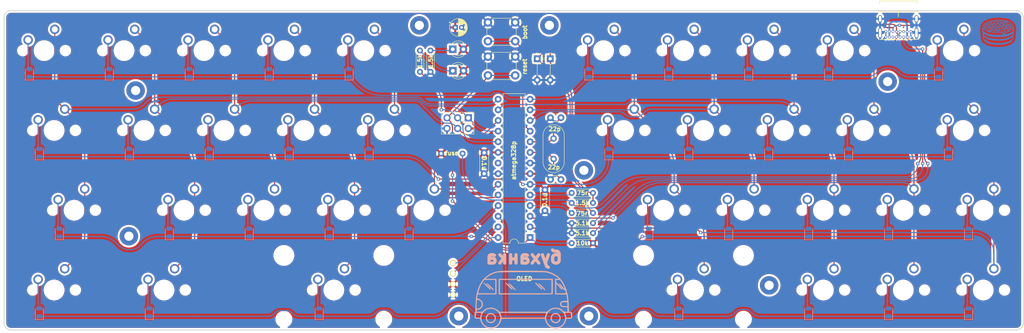
<source format=kicad_pcb>
(kicad_pcb (version 20211014) (generator pcbnew)
  (title_block (title "Loaf") (date "2022-01-11") (rev "1") (company "waffle"))
  (layers (0 "F.Cu" signal) (31 "B.Cu" signal) (34 "B.Paste" user) (35 "F.Paste" user) (36 "B.SilkS" user "B.Silkscreen") (37 "F.SilkS" user "F.Silkscreen") (38 "B.Mask" user) (39 "F.Mask" user) (44 "Edge.Cuts" user))
  (net 0 "")
  (net 1 "XTAL1")
  (net 2 "GND")
  (net 3 "XTAL2")
  (net 4 "+5V")
  (net 5 "Net-(D1-Pad1)")
  (net 6 "Net-(D2-Pad1)")
  (net 7 "ROW0")
  (net 8 "Net-(D3-Pad2)")
  (net 9 "ROW1")
  (net 10 "Net-(D4-Pad2)")
  (net 11 "ROW2")
  (net 12 "Net-(D5-Pad2)")
  (net 13 "ROW3")
  (net 14 "Net-(D6-Pad2)")
  (net 15 "Net-(D7-Pad2)")
  (net 16 "Net-(D8-Pad2)")
  (net 17 "Net-(D9-Pad2)")
  (net 18 "Net-(D10-Pad2)")
  (net 19 "Net-(D11-Pad2)")
  (net 20 "Net-(D12-Pad2)")
  (net 21 "Net-(D13-Pad2)")
  (net 22 "Net-(D14-Pad2)")
  (net 23 "Net-(D15-Pad2)")
  (net 24 "Net-(D16-Pad2)")
  (net 25 "Net-(D17-Pad2)")
  (net 26 "Net-(D18-Pad2)")
  (net 27 "Net-(D19-Pad2)")
  (net 28 "Net-(D20-Pad2)")
  (net 29 "Net-(D21-Pad2)")
  (net 30 "Net-(D22-Pad2)")
  (net 31 "Net-(D23-Pad2)")
  (net 32 "Net-(D24-Pad2)")
  (net 33 "Net-(D25-Pad2)")
  (net 34 "Net-(D26-Pad2)")
  (net 35 "Net-(D27-Pad2)")
  (net 36 "Net-(D28-Pad2)")
  (net 37 "Net-(D29-Pad2)")
  (net 38 "Net-(D30-Pad2)")
  (net 39 "Net-(D31-Pad2)")
  (net 40 "Net-(D32-Pad2)")
  (net 41 "Net-(D33-Pad2)")
  (net 42 "Net-(D34-Pad2)")
  (net 43 "Net-(D35-Pad2)")
  (net 44 "Net-(D36-Pad2)")
  (net 45 "Net-(D37-Pad2)")
  (net 46 "Net-(D38-Pad2)")
  (net 47 "Net-(D39-Pad2)")
  (net 48 "Net-(F1-Pad2)")
  (net 49 "Net-(J1-PadB5)")
  (net 52 "Net-(J1-PadA5)")
  (net 53 "Net-(D40-Pad1)")
  (net 54 "RST")
  (net 55 "D-")
  (net 56 "D+")
  (net 57 "BOOT")
  (net 58 "COL0")
  (net 59 "MISO{slash}COL1")
  (net 60 "MOSI{slash}COL2")
  (net 61 "COL3")
  (net 62 "COL4")
  (net 63 "COL5")
  (net 64 "COL6")
  (net 65 "COL7")
  (net 66 "COL8")
  (net 67 "COL9")
  (net 68 "SCL")
  (net 69 "SDA")
  (net 71 "Net-(D41-Pad1)")
  (net 72 "SCK{slash}LED")
  (footprint "LED_THT:LED_D3.0mm" (layer "F.Cu") (at 133.91 65.55)
    (fp_text reference "D40")
    (fp_text value "POWER_LED")
  )
  (footprint "mx:MXOnly-1U-NoLED" (layer "F.Cu") (at 60.325 84.93125)
    (fp_text reference "SW8")
    (fp_text value "SW_Push")
  )
  (footprint "Diode_THT:D_DO-35_SOD27_P5.08mm_Vertical_AnodeUp" (layer "F.Cu") (at 154.05 67.815686 -90)
    (fp_text reference "D1")
    (fp_text value "3.6v")
  )
  (footprint "mx:MXOnly-1U-NoLED" (layer "F.Cu") (at 74.6125 65.88125)
    (fp_text reference "SW11")
    (fp_text value "SW_Push")
  )
  (footprint "Resistor_THT:R_Axial_DIN0204_L3.6mm_D1.6mm_P5.08mm_Horizontal" (layer "F.Cu") (at 162.26 102.25)
    (fp_text reference "R4")
    (fp_text value "1.5k")
  )
  (footprint "mx:MXOnly-1.25U-NoLED" (layer "F.Cu") (at 38.89375 123.03125)
    (fp_text reference "SW6")
    (fp_text value "SW_Push")
  )
  (footprint "Resistor_THT:R_Axial_DIN0204_L3.6mm_D1.6mm_P5.08mm_Horizontal" (layer "F.Cu") (at 167.34 99.85 180)
    (fp_text reference "R5")
    (fp_text value "75r")
  )
  (footprint "mx:MXOnly-1U-NoLED" (layer "F.Cu") (at 241.3 103.98125)
    (fp_text reference "SW34")
    (fp_text value "SW_Push")
  )
  (footprint "mx:MXOnly-1U-NoLED" (layer "F.Cu") (at 127 103.98125)
    (fp_text reference "SW20")
    (fp_text value "SW_Push")
  )
  (footprint "mx:MXOnly-1U-NoLED" (layer "F.Cu") (at 117.475 84.93125)
    (fp_text reference "SW19")
    (fp_text value "SW_Push")
  )
  (footprint "Resistor_THT:R_Axial_DIN0204_L3.6mm_D1.6mm_P5.08mm_Horizontal" (layer "F.Cu") (at 167.34 107.05 180)
    (fp_text reference "R2")
    (fp_text value "5.1k")
  )
  (footprint "mx:MXOnly-1U-NoLED" (layer "F.Cu") (at 193.675 84.93125)
    (fp_text reference "SW26")
    (fp_text value "SW_Push")
  )
  (footprint "mx:MXOnly-1U-NoLED" (layer "F.Cu") (at 222.25 123.03125)
    (fp_text reference "SW31")
    (fp_text value "SW_Push")
  )
  (footprint "MountingHole:MountingHole_2.2mm_M2_Pad" (layer "F.Cu") (at 135.35 129.25)
    (fp_text reference "REF**")
    (fp_text value "MountingHole_2.2mm_M2_Pad")
  )
  (footprint "Resistor_THT:R_Axial_DIN0204_L3.6mm_D1.6mm_P5.08mm_Horizontal" (layer "F.Cu") (at 126.1 70.94 90)
    (fp_text reference "R8")
    (fp_text value "1.5k")
  )
  (footprint "mx:MXOnly-1U-NoLED" (layer "F.Cu") (at 107.95 103.98125)
    (fp_text reference "SW16")
    (fp_text value "SW_Push")
  )
  (footprint "MountingHole:MountingHole_2.2mm_M2_Pad" (layer "F.Cu") (at 125.95 59.85)
    (fp_text reference "REF**")
    (fp_text value "MountingHole_2.2mm_M2_Pad")
  )
  (footprint "mx:MXOnly-1U-NoLED" (layer "F.Cu") (at 88.9 103.98125)
    (fp_text reference "SW13")
    (fp_text value "SW_Push")
  )
  (footprint "mx:MXOnly-1U-NoLED" (layer "F.Cu") (at 174.625 84.93125)
    (fp_text reference "SW22")
    (fp_text value "SW_Push")
  )
  (footprint "MountingHole:MountingHole_2.2mm_M2_Pad" (layer "F.Cu") (at 156.95 59.85)
    (fp_text reference "REF**")
    (fp_text value "MountingHole_2.2mm_M2_Pad")
  )
  (footprint "Package_DIP:DIP-28_W7.62mm" (layer "F.Cu") (at 152.35 110.5 180)
    (fp_text reference "U1")
    (fp_text value "ATmega328P-P")
  )
  (footprint "mx:MXOnly-1.25U-NoLED" (layer "F.Cu") (at 38.89375 84.93125)
    (fp_text reference "SW4")
    (fp_text value "SW_Push")
  )
  (footprint "Connector_PinHeader_2.54mm:PinHeader_2x03_P2.54mm_Vertical" (layer "F.Cu") (at 137.625 81.925 -90)
    (fp_text reference "J2")
    (fp_text value "AVR-ISP-6")
  )
  (footprint "mx:MXOnly-2.25U-ReversedStabilizers-NoLED" (layer "F.Cu") (at 191.29375 123.03125)
    (fp_text reference "SW24")
    (fp_text value "SW_Push")
  )
  (footprint "mx:MXOnly-1.5U-NoLED" (layer "F.Cu") (at 255.5875 84.93125)
    (fp_text reference "SW37")
    (fp_text value "SW_Push")
  )
  (footprint "Resistor_THT:R_Axial_DIN0204_L3.6mm_D1.6mm_P5.08mm_Horizontal" (layer "F.Cu") (at 167.34 109.45 180)
    (fp_text reference "R3")
    (fp_text value "5.1k")
  )
  (footprint "Capacitor_THT:C_Disc_D4.3mm_W1.9mm_P5.00mm" (layer "F.Cu") (at 155.9 99.1 -90)
    (fp_text reference "C4")
    (fp_text value "0.1u")
  )
  (footprint "mx:MXOnly-1.75U-NoLED" (layer "F.Cu") (at 43.65625 103.98125)
    (fp_text reference "SW5")
    (fp_text value "SW_Push")
  )
  (footprint "Capacitor_THT:C_Disc_D3.0mm_W1.6mm_P2.50mm" (layer "F.Cu") (at 159.7 81.9 180)
    (fp_text reference "C2")
    (fp_text value "22p")
  )
  (footprint "mx:MXOnly-1U-NoLED" (layer "F.Cu") (at 260.35 103.98125)
    (fp_text reference "SW38")
    (fp_text value "SW_Push")
  )
  (footprint "Capacitor_THT:C_Disc_D4.3mm_W1.9mm_P5.00mm" (layer "F.Cu") (at 141.4 90.25 -90)
    (fp_text reference "C5")
    (fp_text value "0.1u")
  )
  (footprint "mx:MXOnly-1U-NoLED" (layer "F.Cu") (at 184.15 103.98125)
    (fp_text reference "SW23")
    (fp_text value "SW_Push")
  )
  (footprint "mx:MXOnly-1U-NoLED" (layer "F.Cu") (at 169.8625 65.88125)
    (fp_text reference "SW21")
    (fp_text value "SW_Push")
  )
  (footprint "typeC:USB_C_GCT_USB4085" (layer "F.Cu") (at 240.109375 56.55 180)
    (fp_text reference "J1")
    (fp_text value "USB_C_Receptacle_USB2.0")
  )
  (footprint "Diode_THT:D_DO-35_SOD27_P5.08mm_Vertical_AnodeUp" (layer "F.Cu") (at 157.15 67.815686 -90)
    (fp_text reference "D2")
    (fp_text value "3.6v")
  )
  (footprint "misc:Minivan-reference" (layer "F.Cu") (at 148.43125 92.075)
    (fp_text reference "REF**")
    (fp_text value "Minivan-reference")
    (fp_line (start -121.4341 38.8942) (end -121.4341 -34.1308) (layer "Edge.Cuts") (width 0.2))
    (fp_line (start 121.4534 -34.1308) (end 121.4534 38.8942) (layer "Edge.Cuts") (width 0.2))
    (fp_line (start -119.8466 -35.7183) (end 119.8659 -35.7183) (layer "Edge.Cuts") (width 0.2))
    (fp_line (start 119.8659 40.4817) (end -119.8466 40.4817) (layer "Edge.Cuts") (width 0.2))
    (fp_arc (start -121.4341 -34.1308) (mid -120.969132 -35.253332) (end -119.8466 -35.7183) (layer "Edge.Cuts") (width 0.2))
    (fp_arc (start -119.8466 40.4817) (mid -120.969132 40.016732) (end -121.4341 38.8942) (layer "Edge.Cuts") (width 0.2))
    (fp_arc (start 121.4534 38.8942) (mid 120.988432 40.016732) (end 119.8659 40.4817) (layer "Edge.Cuts") (width 0.2))
    (fp_arc (start 119.8659 -35.7183) (mid 120.988432 -35.253332) (end 121.4534 -34.1308) (layer "Edge.Cuts") (width 0.2))
  )
  (footprint "mx:MXOnly-1U-NoLED" (layer "F.Cu") (at 69.85 103.98125)
    (fp_text reference "SW9")
    (fp_text value "SW_Push")
  )
  (footprint "mx:MXOnly-1U-NoLED" (layer "F.Cu") (at 188.9125 65.88125)
    (fp_text reference "SW25")
    (fp_text value "SW_Push")
  )
  (footprint "mx:MXOnly-1U-NoLED" (layer "F.Cu") (at 241.3 123.03125)
    (fp_text reference "SW35")
    (fp_text value "SW_Push")
  )
  (footprint "Capacitor_THT:C_Disc_D3.0mm_W1.6mm_P2.50mm" (layer "F.Cu") (at 159.7 96.65 180)
    (fp_text reference "C1")
    (fp_text value "22p")
  )
  (footprint "misc:waffle2" (layer "F.Cu") (at 263.9 61.5)
    (fp_text reference "G***")
    (fp_text value "LOGO" hide)
  )
  (footprint "Capacitor_THT:CP_Radial_D4.0mm_P1.50mm" (layer "F.Cu") (at 134.512401 60.35)
    (fp_text reference "C3")
    (fp_text value "4.7u")
  )
  (footprint "mx:MXOnly-1U-NoLED" (layer "F.Cu") (at 79.375 84.93125)
    (fp_text reference "SW12")
    (fp_text value "SW_Push")
  )
  (footprint "misc:OLED_v2" (layer "F.Cu") (at 133.97 120.35 -90)
    (fp_text reference "J3")
    (fp_text value "OLED" hide)
  )
  (footprint "misc:polyfuse_5.1mm" (layer "F.Cu") (at 133.7 90.45)
    (fp_text reference "F1")
    (fp_text value "500mA")
  )
  (footprint "Button_Switch_THT:SW_PUSH_6mm" (layer "F.Cu") (at 142.3 67.3)
    (fp_text reference "SW2")
    (fp_text value "SW_Push")
  )
  (footprint "mx:MXOnly-1U-NoLED" (layer "F.Cu") (at 55.5625 65.88125)
    (fp_text reference "SW7")
    (fp_text value "SW_Push")
  )
  (footprint "mx:MXOnly-1U-NoLED" (layer "F.Cu") (at 227.0125 65.88125)
    (fp_text reference "SW32")
    (fp_text value "SW_Push")
  )
  (footprint "mx:MXOnly-1U-NoLED" (layer "F.Cu") (at 98.425 84.93125)
    (fp_text reference "SW15")
    (fp_text value "SW_Push")
  )
  (footprint "mx:MXOnly-1U-NoLED" (layer "F.Cu") (at 231.775 84.93125)
    (fp_text reference "SW33")
    (fp_text value "SW_Push")
  )
  (footprint "Resistor_THT:R_Axial_DIN0204_L3.6mm_D1.6mm_P5.08mm_Horizontal" (layer "F.Cu") (at 167.34 104.65 180)
    (fp_text reference "R6")
    (fp_text value "75r")
  )
  (footprint "mx:MXOnly-1U-NoLED" (layer "F.Cu") (at 203.2 103.98125)
    (fp_text reference "SW27")
    (fp_text value "SW_Push")
  )
  (footprint "LED_THT:LED_D3.0mm" (layer "F.Cu") (at 133.935 70.7)
    (fp_text reference "D41")
    (fp_text value "INDICATOR")
  )
  (footprint "mx:MXOnly-1.75U-NoLED" (layer "F.Cu") (at 253.20625 65.88125)
    (fp_text reference "SW36")
    (fp_text value "SW_Push")
  )
  (footprint "mx:MXOnly-1U-NoLED" (layer "F.Cu") (at 112.7125 65.88125)
    (fp_text reference "SW18")
    (fp_text value "SW_Push")
  )
  (footprint "mx:MXOnly-1U-NoLED" (layer "F.Cu") (at 36.5125 65.88125)
    (fp_text reference "SW3")
    (fp_text value "SW_Push")
  )
  (footprint "Button_Switch_THT:SW_PUSH_6mm" (layer "F.Cu") (at 142.3 59.15)
    (fp_text reference "SW1")
    (fp_text value "SW_Push")
  )
  (footprint "mx:MXOnly-1U-NoLED" (layer "F.Cu") (at 93.6625 65.88125)
    (fp_text reference "SW14")
    (fp_text value "SW_Push")
  )
  (footprint "Resistor_THT:R_Axial_DIN0204_L3.6mm_D1.6mm_P5.08mm_Horizontal" (layer "F.Cu") (at 128.6 70.94 90)
    (fp_text reference "R7")
    (fp_text value "1.5k")
  )
  (footprint "Resistor_THT:R_Axial_DIN0204_L3.6mm_D1.6mm_P5.08mm_Horizontal" (layer "F.Cu") (at 167.34 111.85 180)
    (fp_text reference "R1")
    (fp_text value "10k")
  )
  (footprint "mx:MXOnly-2.75U-ReversedStabilizers-NoLED" (layer "F.Cu") (at 105.56875 123.03125)
    (fp_text reference "SW17")
    (fp_text value "SW_Push")
  )
  (footprint "Crystal:Crystal_HC49-4H_Vertical" (layer "F.Cu") (at 157.95 86.85 -90)
    (fp_text reference "Y1")
    (fp_text value "Crystal_Small")
  )
  (footprint "mx:MXOnly-1.5U-NoLED" (layer "F.Cu") (at 65.0875 123.03125)
    (fp_text reference "SW10")
    (fp_text value "SW_Push")
  )
  (footprint "mx:MXOnly-1U-NoLED" (layer "F.Cu") (at 212.725 84.93125)
    (fp_text reference "SW29")
    (fp_text value "SW_Push")
  )
  (footprint "mx:MXOnly-1U-NoLED" (layer "F.Cu") (at 207.9625 65.88125)
    (fp_text reference "SW28")
    (fp_text value "SW_Push")
  )
  (footprint "mx:MXOnly-1U-NoLED" (layer "F.Cu") (at 260.35 123.03125)
    (fp_text reference "SW39")
    (fp_text value "SW_Push")
  )
  (footprint "MountingHole:MountingHole_2.2mm_M2_Pad" (layer "F.Cu") (at 166.35 129.25)
    (fp_text reference "REF**")
    (fp_text value "MountingHole_2.2mm_M2_Pad")
  )
  (footprint "mx:MXOnly-1U-NoLED" (layer "F.Cu") (at 222.25 103.98125)
    (fp_text reference "SW30")
    (fp_text value "SW_Push")
  )
  (footprint "misc:minivan" (layer "B.Cu") (at 150.75 125.35 180)
    (fp_text reference "G***")
    (fp_text value "LOGO" hide)
  )
  (footprint "Diode_SMD:D_0805_2012Metric" (layer "B.Cu") (at 180.65 109.31125 90)
    (fp_text reference "D23")
    (fp_text value "D_Small")
  )
  (footprint "Diode_SMD:D_0805_2012Metric" (layer "B.Cu") (at 109.2125 71.21125 90)
    (fp_text reference "D18")
    (fp_text value "D_Small")
  )
  (footprint "Diode_SMD:D_0805_2012Metric" (layer "B.Cu") (at 166.3625 71.21125 90)
    (fp_text reference "D21")
    (fp_text value "D_Small")
  )
  (footprint "Diode_SMD:D_0805_2012Metric" (layer "B.Cu") (at 61.5875 128.36125 90)
    (fp_text reference "D10")
    (fp_text value "D_Small")
  )
  (footprint "Diode_SMD:D_0805_2012Metric" (layer "B.Cu") (at 66.35 109.31125 90)
    (fp_text reference "D9")
    (fp_text value "D_Small")
  )
  (footprint "Diode_SMD:D_0805_2012Metric" (layer "B.Cu") (at 252.0875 90.26125 90)
    (fp_text reference "D37")
    (fp_text value "D_Small")
  )
  (footprint "Diode_SMD:D_0805_2012Metric" (layer "B.Cu") (at 204.4625 71.21125 90)
    (fp_text reference "D28")
    (fp_text value "D_Small")
  )
  (footprint "Diode_SMD:D_0805_2012Metric" (layer "B.Cu") (at 256.85 128.36125 90)
    (fp_text reference "D39")
    (fp_text value "D_Small")
  )
  (footprint "Diode_SMD:D_0805_2012Metric" (layer "B.Cu") (at 185.4125 71.21125 90)
    (fp_text reference "D25")
    (fp_text value "D_Small")
  )
  (footprint "Diode_SMD:D_0805_2012Metric" (layer "B.Cu") (at 113.975 90.26125 90)
    (fp_text reference "D19")
    (fp_text value "D_Small")
  )
  (footprint "Diode_SMD:D_0805_2012Metric" (layer "B.Cu") (at 237.8 128.36125 90)
    (fp_text reference "D35")
    (fp_text value "D_Small")
  )
  (footprint "Diode_SMD:D_0805_2012Metric" (layer "B.Cu") (at 199.7 109.31125 90)
    (fp_text reference "D27")
    (fp_text value "D_Small")
  )
  (footprint "Diode_SMD:D_0805_2012Metric" (layer "B.Cu") (at 171.125 90.26125 90)
    (fp_text reference "D22")
    (fp_text value "D_Small")
  )
  (footprint "Diode_SMD:D_0805_2012Metric" (layer "B.Cu") (at 209.225 90.26125 90)
    (fp_text reference "D29")
    (fp_text value "D_Small")
  )
  (footprint "Diode_SMD:D_0805_2012Metric" (layer "B.Cu") (at 104.45 109.31125 90)
    (fp_text reference "D16")
    (fp_text value "D_Small")
  )
  (footprint "Diode_SMD:D_0805_2012Metric" (layer "B.Cu") (at 33.0125 71.21125 90)
    (fp_text reference "D3")
    (fp_text value "D_Small")
  )
  (footprint "Diode_SMD:D_0805_2012Metric" (layer "B.Cu") (at 90.1625 71.21125 90)
    (fp_text reference "D14")
    (fp_text value "D_Small")
  )
  (footprint "Diode_SMD:D_0805_2012Metric" (layer "B.Cu") (at 94.925 90.26125 90)
    (fp_text reference "D15")
    (fp_text value "D_Small")
  )
  (footprint "Diode_SMD:D_0805_2012Metric" (layer "B.Cu") (at 35.39375 128.36125 90)
    (fp_text reference "D6")
    (fp_text value "D_Small")
  )
  (footprint "Diode_SMD:D_0805_2012Metric" (layer "B.Cu") (at 102.06875 128.36125 90)
    (fp_text reference "D17")
    (fp_text value "D_Small")
  )
  (footprint "Diode_SMD:D_0805_2012Metric" (layer "B.Cu") (at 190.175 90.26125 90)
    (fp_text reference "D26")
    (fp_text value "D_Small")
  )
  (footprint "Diode_SMD:D_0805_2012Metric" (layer "B.Cu") (at 85.4 109.31125 90)
    (fp_text reference "D13")
    (fp_text value "D_Small")
  )
  (footprint "Diode_SMD:D_0805_2012Metric" (layer "B.Cu") (at 218.75 109.31125 90)
    (fp_text reference "D30")
    (fp_text value "D_Small")
  )
  (footprint "Diode_SMD:D_0805_2012Metric" (layer "B.Cu") (at 56.825 90.26125 90)
    (fp_text reference "D8")
    (fp_text value "D_Small")
  )
  (footprint "Diode_SMD:D_0805_2012Metric" (layer "B.Cu") (at 237.8 109.31125 90)
    (fp_text reference "D34")
    (fp_text value "D_Small")
  )
  (footprint "Diode_SMD:D_0805_2012Metric" (layer "B.Cu") (at 249.70625 71.21125 90)
    (fp_text reference "D36")
    (fp_text value "D_Small")
  )
  (footprint "Diode_SMD:D_0805_2012Metric" (layer "B.Cu") (at 35.39375 90.26125 90)
    (fp_text reference "D4")
    (fp_text value "D_Small")
  )
  (footprint "Diode_SMD:D_0805_2012Metric" (layer "B.Cu") (at 218.75 128.36125 90)
    (fp_text reference "D31")
    (fp_text value "D_Small")
  )
  (footprint "Diode_SMD:D_0805_2012Metric" (layer "B.Cu") (at 187.79375 128.36125 90)
    (fp_text reference "D24")
    (fp_text value "D_Small")
  )
  (footprint "Diode_SMD:D_0805_2012Metric" (layer "B.Cu") (at 40.15625 109.31125 90)
    (fp_text reference "D5")
    (fp_text value "D_Small")
  )
  (footprint "Diode_SMD:D_0805_2012Metric" (layer "B.Cu") (at 256.85 109.31125 90)
    (fp_text reference "D38")
    (fp_text value "D_Small")
  )
  (footprint "Diode_SMD:D_0805_2012Metric" (layer "B.Cu") (at 123.5 109.31125 90)
    (fp_text reference "D20")
    (fp_text value "D_Small")
  )
  (footprint "Diode_SMD:D_0805_2012Metric" (layer "B.Cu") (at 223.5125 71.21125 90)
    (fp_text reference "D32")
    (fp_text value "D_Small")
  )
  (footprint "Diode_SMD:D_0805_2012Metric" (layer "B.Cu") (at 71.1125 71.21125 90)
    (fp_text reference "D11")
    (fp_text value "D_Small")
  )
  (footprint "Diode_SMD:D_0805_2012Metric" (layer "B.Cu") (at 228.275 90.26125 90)
    (fp_text reference "D33")
    (fp_text value "D_Small")
  )
  (footprint "Diode_SMD:D_0805_2012Metric" (layer "B.Cu") (at 52.0625 71.21125 90)
    (fp_text reference "D7")
    (fp_text value "D_Small")
  )
  (footprint "Diode_SMD:D_0805_2012Metric" (layer "B.Cu") (at 75.875 90.26125 90)
    (fp_text reference "D12")
    (fp_text value "D_Small")
  )
  (gr_text "буханка" (at 150.85 115.25) (layer "B.SilkS") (effects (font (size 3 3) (thickness 0.75)) (justify mirror)))
  (gr_text "atmega328p" (at 148.45 92.1 90) (layer "F.SilkS") (effects (font (size 1 1) (thickness 0.25))))
  (gr_text "22p" (at 158 93.7) (layer "F.SilkS") (effects (font (size 1 1) (thickness 0.25))))
  (gr_text "0.1u" (at 155.85 101.55 90) (layer "F.SilkS") (effects (font (size 1 1) (thickness 0.25))))
  (gr_text "22p" (at 158.2 84.6) (layer "F.SilkS") (effects (font (size 1 1) (thickness 0.25))))
  (gr_text "OLED" (at 150.97 120.35) (layer "F.SilkS") (effects (font (size 1 1) (thickness 0.25))))
  (gr_text "5.1k" (at 164.8 107.1) (layer "F.SilkS") (effects (font (size 1 1) (thickness 0.25))))
  (gr_text "boot" (at 151.1 61.5 90) (layer "F.SilkS") (effects (font (size 1 1) (thickness 0.25))))
  (gr_text "0.1u" (at 141.4 92.75 270) (layer "F.SilkS") (effects (font (size 1 1) (thickness 0.25))))
  (gr_text "reset" (at 151.05 69.7 90) (layer "F.SilkS") (effects (font (size 1 1) (thickness 0.25))))
  (gr_text "10k" (at 164.8 111.85) (layer "F.SilkS") (effects (font (size 1 1) (thickness 0.25))))
  (gr_text "1.5k" (at 128.65 68.45 90) (layer "F.SilkS") (effects (font (size 1 1) (thickness 0.25))))
  (gr_text "1.5k" (at 126.1 68.45 90) (layer "F.SilkS") (effects (font (size 1 1) (thickness 0.25))))
  (gr_text "75r" (at 164.75 104.75) (layer "F.SilkS") (effects (font (size 1 1) (thickness 0.25))))
  (gr_text "5.1k" (at 164.8 109.45) (layer "F.SilkS") (effects (font (size 1 1) (thickness 0.25))))
  (gr_text "1.5k" (at 164.8 102.25) (layer "F.SilkS") (effects (font (size 1 1) (thickness 0.25))))
  (gr_text "75r" (at 164.8 99.85) (layer "F.SilkS") (effects (font (size 1 1) (thickness 0.25))))
  (gr_text "fuse" (at 133.7 90.35) (layer "F.SilkS") (effects (font (size 1 1) (thickness 0.25))))
  (segment (start 152.35 90.18) (end 155.521585 90.18) (width 0.25) (layer "F.Cu") (net 1))
  (segment (start 159.121573 96.071573) (end 159.7 96.65) (width 0.25) (layer "F.Cu") (net 1))
  (segment (start 157.95 91.73) (end 157.95 93.243146) (width 0.25) (layer "F.Cu") (net 1))
  (segment (start 157.021133 90.801133) (end 157.95 91.73) (width 0.25) (layer "F.Cu") (net 1))
  (arc (start 159.121573 96.071573) (mid 158.254482 94.77388) (end 157.95 93.243146) (width 0.25) (layer "F.Cu") (net 1))
  (arc (start 155.521585 90.18) (mid 156.333135 90.341427) (end 157.021133 90.801133) (width 0.25) (layer "F.Cu") (net 1))
  (segment (start 236.129375 61.325) (end 235.784375 61.67) (width 0.25) (layer "B.Cu") (net 2))
  (segment (start 244.089375 61.325) (end 244.434375 61.67) (width 0.25) (layer "B.Cu") (net 2))
  (segment (start 243.084375 62.65) (end 243.084375 61.325) (width 0.25) (layer "B.Cu") (net 2))
  (segment (start 237.134375 61.33) (end 237.129375 61.325) (width 0.25) (layer "B.Cu") (net 2))
  (segment (start 237.129375 61.325) (end 236.129375 61.325) (width 0.25) (layer "B.Cu") (net 2))
  (segment (start 243.084375 61.325) (end 244.089375 61.325) (width 0.25) (layer "B.Cu") (net 2))
  (segment (start 237.134375 62.65) (end 237.134375 61.33) (width 0.25) (layer "B.Cu") (net 2))
  (segment (start 152.35 87.64) (end 156.331573 87.64) (width 0.25) (layer "F.Cu") (net 3))
  (segment (start 157.95 86.85) (end 157.95 85.306854) (width 0.25) (layer "F.Cu") (net 3))
  (segment (start 159.121573 82.478427) (end 159.7 81.9) (width 0.25) (layer "F.Cu") (net 3))
  (segment (start 157.745787 87.054213) (end 157.95 86.85) (width 0.25) (layer "F.Cu") (net 3))
  (arc (start 156.331573 87.64) (mid 157.09694 87.487759) (end 157.745787 87.054213) (width 0.25) (layer "F.Cu") (net 3))
  (arc (start 159.121573 82.478427) (mid 158.254482 83.77612) (end 157.95 85.306854) (width 0.25) (layer "F.Cu") (net 3))
  (segment (start 159.557334 73.32302) (end 154.05 67.815686) (width 0.25) (layer "F.Cu") (net 5))
  (segment (start 161.206374 60.643626) (end 154.05 67.8) (width 0.25) (layer "F.Cu") (net 5))
  (segment (start 163.5 97.65) (end 163.364946 97.514946) (width 0.25) (layer "F.Cu") (net 5))
  (segment (start 165.982167 102.049526) (end 165.982167 100.94626) (width 0.25) (layer "F.Cu") (net 5))
  (segment (start 165.39638 99.532046) (end 163.514334 97.65) (width 0.25) (layer "F.Cu") (net 5))
  (segment (start 239.825822 61.775822) (end 240.534375 62.484375) (width 0.25) (layer "F.Cu") (net 5))
  (segment (start 234.364214 59.014214) (end 234.236267 58.886267) (width 0.25) (layer "F.Cu") (net 5))
  (segment (start 154.05 67.8) (end 154.05 67.815686) (width 0.25) (layer "F.Cu") (net 5))
  (segment (start 163.514334 97.65) (end 163.5 97.65) (width 0.25) (layer "F.Cu") (net 5))
  (segment (start 240.534375 62.484375) (end 240.534375 62.65) (width 0.25) (layer "F.Cu") (net 5))
  (segment (start 238.679375 59.6) (end 235.778427 59.6) (width 0.25) (layer "F.Cu") (net 5))
  (segment (start 239.679375 61.325) (end 239.679375 60.6) (width 0.25) (layer "F.Cu") (net 5))
  (segment (start 167.34 104.65) (end 166.860846 104.170846) (width 0.25) (layer "F.Cu") (net 5))
  (segment (start 232.822053 58.30048) (end 166.863228 58.30048) (width 0.25) (layer "F.Cu") (net 5))
  (segment (start 154.188244 67.815686) (end 154.05 67.815686) (width 0.25) (layer "F.Cu") (net 5))
  (segment (start 239.679375 61.325) (end 239.679375 61.422268) (width 0.25) (layer "F.Cu") (net 5))
  (segment (start 161.90048 93.979412) (end 161.90048 78.979874) (width 0.25) (layer "F.Cu") (net 5))
  (arc (start 166.863228 58.30048) (mid 163.801761 58.909444) (end 161.206374 60.643626) (width 0.25) (layer "F.Cu") (net 5))
  (arc (start 234.236267 58.886267) (mid 233.58742 58.452721) (end 232.822053 58.30048) (width 0.25) (layer "F.Cu") (net 5))
  (arc (start 239.679375 61.422268) (mid 239.717435 61.61361) (end 239.825822 61.775822) (width 0.25) (layer "F.Cu") (net 5))
  (arc (start 166.860846 104.170846) (mid 166.210528 103.197576) (end 165.982167 102.049526) (width 0.25) (layer "F.Cu") (net 5))
  (arc (start 239.679375 60.6) (mid 239.386482 59.892893) (end 238.679375 59.6) (width 0.25) (layer "F.Cu") (net 5))
  (arc (start 165.982167 100.94626) (mid 165.829926 100.180893) (end 165.39638 99.532046) (width 0.25) (layer "F.Cu") (net 5))
  (arc (start 159.557334 73.32302) (mid 161.291516 75.918407) (end 161.90048 78.979874) (width 0.25) (layer "F.Cu") (net 5))
  (arc (start 235.778427 59.6) (mid 235.01306 59.447759) (end 234.364214 59.014214) (width 0.25) (layer "F.Cu") (net 5))
  (arc (start 163.364946 97.514946) (mid 162.281082 95.892829) (end 161.90048 93.979412) (width 0.25) (layer "F.Cu") (net 5))
  (segment (start 158.02868 64.457038) (end 161.392572 61.093146) (width 0.25) (layer "F.Cu") (net 6))
  (segment (start 167.34 99.85) (end 167.178478 99.85) (width 0.25) (layer "F.Cu") (net 6))
  (segment (start 234.65 61.75) (end 234.65 62.000113) (width 0.25) (layer "F.Cu") (net 6))
  (segment (start 167.049426 58.75) (end 231.65 58.75) (width 0.25) (layer "F.Cu") (net 6))
  (segment (start 157.15 67.815686) (end 157.15 66.578359) (width 0.25) (layer "F.Cu") (net 6))
  (segment (start 239.684375 62.7) (end 239.684375 62.65) (width 0.25) (layer "F.Cu") (net 6))
  (segment (start 236.349887 63.7) (end 238.684375 63.7) (width 0.25) (layer "F.Cu") (net 6))
  (segment (start 157.15 68.070656) (end 157.15 67.815686) (width 0.25) (layer "F.Cu") (net 6))
  (segment (start 160.006854 72.170151) (end 158.028679 70.191976) (width 0.25) (layer "F.Cu") (net 6))
  (segment (start 167.34 102.25) (end 167.34 99.85) (width 0.25) (layer "F.Cu") (net 6))
  (segment (start 162.35 93.778881) (end 162.35 77.827005) (width 0.25) (layer "F.Cu") (net 6))
  (segment (start 165.764264 99.264213) (end 163.814466 97.314415) (width 0.25) (layer "F.Cu") (net 6))
  (arc (start 162.35 77.827005) (mid 161.741036 74.765538) (end 160.006854 72.170151) (width 0.25) (layer "F.Cu") (net 6))
  (arc (start 234.65 62.000113) (mid 235.147885 63.202115) (end 236.349887 63.7) (width 0.25) (layer "F.Cu") (net 6))
  (arc (start 158.02868 64.457038) (mid 157.378361 65.430308) (end 157.15 66.578359) (width 0.25) (layer "F.Cu") (net 6))
  (arc (start 158.028679 70.191976) (mid 157.378361 69.218706) (end 157.15 68.070656) (width 0.25) (layer "F.Cu") (net 6))
  (arc (start 167.178478 99.85) (mid 166.413111 99.697759) (end 165.764264 99.264213) (width 0.25) (layer "F.Cu") (net 6))
  (arc (start 231.65 58.75) (mid 233.77132 59.62868) (end 234.65 61.75) (width 0.25) (layer "F.Cu") (net 6))
  (arc (start 238.684375 63.7) (mid 239.391482 63.407107) (end 239.684375 62.7) (width 0.25) (layer "F.Cu") (net 6))
  (arc (start 161.392572 61.093146) (mid 163.987959 59.358964) (end 167.049426 58.75) (width 0.25) (layer "F.Cu") (net 6))
  (arc (start 163.814466 97.314415) (mid 162.730602 95.692298) (end 162.35 93.778881) (width 0.25) (layer "F.Cu") (net 6))
  (segment (start 239.684375 62.515625) (end 240.382929 61.817071) (width 0.25) (layer "B.Cu") (net 6))
  (segment (start 239.684375 62.65) (end 239.684375 62.515625) (width 0.25) (layer "B.Cu") (net 6))
  (segment (start 240.529375 61.463518) (end 240.529375 61.325) (width 0.25) (layer "B.Cu") (net 6))
  (arc (start 240.529375 61.463518) (mid 240.491315 61.654859) (end 240.382929 61.817071) (width 0.25) (layer "B.Cu") (net 6))
  (segment (start 152.13 77.48) (end 152.35 77.48) (width 0.25) (layer "F.Cu") (net 7))
  (segment (start 242.699747 72.15) (end 249.705 72.15) (width 0.25) (layer "B.Cu") (net 7))
  (segment (start 52.0625 72.14875) (end 71.1125 72.14875) (width 0.25) (layer "B.Cu") (net 7))
  (segment (start 90.1625 72.14875) (end 109.2125 72.14875) (width 0.25) (layer "B.Cu") (net 7))
  (segment (start 204.4625 72.14875) (end 223.5125 72.14875) (width 0.25) (layer "B.Cu") (net 7))
  (segment (start 33.0125 72.14875) (end 52.0625 72.14875) (width 0.25) (layer "B.Cu") (net 7))
  (segment (start 142.767669 76.55096) (end 116.914668 76.55096) (width 0.25) (layer "B.Cu") (net 7))
  (segment (start 223.5125 72.14875) (end 232.501503 72.14875) (width 0.25) (layer "B.Cu") (net 7))
  (segment (start 166.3625 72.14875) (end 185.4125 72.14875) (width 0.25) (layer "B.Cu") (net 7))
  (segment (start 71.1125 72.14875) (end 90.1625 72.14875) (width 0.25) (layer "B.Cu") (net 7))
  (segment (start 146.494213 76.894213) (end 146.185786 76.585786) (width 0.25) (layer "B.Cu") (net 7))
  (segment (start 234.976377 71.123623) (end 235.024874 71.075126) (width 0.25) (layer "B.Cu") (net 7))
  (segment (start 152.35 77.48) (end 147.908427 77.48) (width 0.25) (layer "B.Cu") (net 7))
  (segment (start 144.771573 76) (end 143.981371 76) (width 0.25) (layer "B.Cu") (net 7))
  (segment (start 237.499747 70.05) (end 237.700253 70.05) (width 0.25) (layer "B.Cu") (net 7))
  (segment (start 185.4125 72.14875) (end 204.4625 72.14875) (width 0.25) (layer "B.Cu") (net 7))
  (segment (start 240.175127 71.075127) (end 240.224874 71.124874) (width 0.25) (layer "B.Cu") (net 7))
  (segment (start 111.257814 74.207814) (end 109.2125 72.1625) (width 0.25) (layer "B.Cu") (net 7))
  (segment (start 162.78861 75.72264) (end 166.3625 72.14875) (width 0.25) (layer "B.Cu") (net 7))
  (segment (start 152.35 77.48) (end 158.545969 77.48) (width 0.25) (layer "B.Cu") (net 7))
  (segment (start 109.2125 72.1625) (end 109.2125 72.14875) (width 0.25) (layer "B.Cu") (net 7))
  (segment (start 249.705 72.15) (end 249.70625 72.14875) (width 0.25) (layer "B.Cu") (net 7))
  (arc (start 144.771573 76) (mid 145.53694 76.152241) (end 146.185786 76.585786) (width 0.25) (layer "B.Cu") (net 7))
  (arc (start 240.224874 71.124874) (mid 241.360355 71.883578) (end 242.699747 72.15) (width 0.25) (layer "B.Cu") (net 7))
  (arc (start 143.981371 76) (mid 143.675225 76.060896) (end 143.415686 76.234314) (width 0.25) (layer "B.Cu") (net 7))
  (arc (start 237.499747 70.05) (mid 236.160355 70.316422) (end 235.024874 71.075126) (width 0.25) (layer "B.Cu") (net 7))
  (arc (start 162.78861 75.72264) (mid 160.84207 77.023277) (end 158.545969 77.48) (width 0.25) (layer "B.Cu") (net 7))
  (arc (start 237.700253 70.05) (mid 239.039645 70.316422) (end 240.175127 71.075127) (width 0.25) (layer "B.Cu") (net 7))
  (arc (start 143.333355 76.316645) (mid 143.073816 76.490064) (end 142.767669 76.55096) (width 0.25) (layer "B.Cu") (net 7))
  (arc (start 232.501503 72.14875) (mid 233.840895 71.882328) (end 234.976377 71.123623) (width 0.25) (layer "B.Cu") (net 7))
  (arc (start 111.257814 74.207814) (mid 113.853201 75.941996) (end 116.914668 76.55096) (width 0.25) (layer "B.Cu") (net 7))
  (arc (start 146.494213 76.894213) (mid 147.14306 77.327759) (end 147.908427 77.48) (width 0.25) (layer "B.Cu") (net 7))
  (segment (start 33.0125 70.27375) (end 32.7025 69.96375) (width 0.25) (layer "B.Cu") (net 8))
  (segment (start 32.7025 69.96375) (end 32.7025 63.34125) (width 0.25) (layer "B.Cu") (net 8))
  (segment (start 130.5 96.55) (end 147.743146 96.55) (width 0.25) (layer "F.Cu") (net 9))
  (segment (start 150.571573 97.721573) (end 150.65 97.8) (width 0.25) (layer "F.Cu") (net 9))
  (via (at 150.65 97.8) (size 0.8) (drill 0.4) (layers "F.Cu" "B.Cu") (net 9))
  (via (at 130.5 96.55) (size 0.8) (drill 0.4) (layers "F.Cu" "B.Cu") (net 9))
  (arc (start 150.571573 97.721573) (mid 149.27388 96.854482) (end 147.743146 96.55) (width 0.25) (layer "F.Cu") (net 9))
  (segment (start 228.275 91.19875) (end 252.0875 91.19875) (width 0.25) (layer "B.Cu") (net 9))
  (segment (start 35.39375 91.19875) (end 56.825 91.19875) (width 0.25) (layer "B.Cu") (net 9))
  (segment (start 171.125 91.19875) (end 171.125 91.8) (width 0.25) (layer "B.Cu") (net 9))
  (segment (start 152.35 97.8) (end 150.65 97.8) (width 0.25) (layer "B.Cu") (net 9))
  (segment (start 165.125 97.8) (end 152.35 97.8) (width 0.25) (layer "B.Cu") (net 9))
  (segment (start 56.825 91.19875) (end 75.875 91.19875) (width 0.25) (layer "B.Cu") (net 9))
  (segment (start 209.225 91.19875) (end 228.275 91.19875) (width 0.25) (layer "B.Cu") (net 9))
  (segment (start 122.663469 91.19875) (end 113.975 91.19875) (width 0.25) (layer "B.Cu") (net 9))
  (segment (start 75.875 91.19875) (end 94.925 91.19875) (width 0.25) (layer "B.Cu") (net 9))
  (segment (start 130.5 96.55) (end 126.906109 92.956109) (width 0.25) (layer "B.Cu") (net 9))
  (segment (start 171.125 91.19875) (end 190.175 91.19875) (width 0.25) (layer "B.Cu") (net 9))
  (segment (start 190.175 91.19875) (end 209.225 91.19875) (width 0.25) (layer "B.Cu") (net 9))
  (segment (start 94.925 91.19875) (end 113.975 91.19875) (width 0.25) (layer "B.Cu") (net 9))
  (arc (start 165.125 97.8) (mid 169.367641 96.042641) (end 171.125 91.8) (width 0.25) (layer "B.Cu") (net 9))
  (arc (start 122.663469 91.19875) (mid 124.959569 91.655473) (end 126.906109 92.956109) (width 0.25) (layer "B.Cu") (net 9))
  (segment (start 35.39375 89.32375) (end 35.08375 89.01375) (width 0.25) (layer "B.Cu") (net 10))
  (segment (start 35.08375 89.01375) (end 35.08375 82.39125) (width 0.25) (layer "B.Cu") (net 10))
  (segment (start 173.778932 113.5) (end 147.071068 113.5) (width 0.25) (layer "F.Cu") (net 11))
  (segment (start 179.1 110.25) (end 177.314466 112.035534) (width 0.25) (layer "F.Cu") (net 11))
  (segment (start 139.677682 110.24875) (end 138.34875 110.24875) (width 0.25) (layer "F.Cu") (net 11))
  (segment (start 143.535534 112.035534) (end 143.213216 111.713216) (width 0.25) (layer "F.Cu") (net 11))
  (via (at 179.1 110.25) (size 0.8) (drill 0.4) (layers "F.Cu" "B.Cu") (net 11))
  (via (at 138.34875 110.24875) (size 0.8) (drill 0.4) (layers "F.Cu" "B.Cu") (net 11))
  (arc (start 139.677682 110.24875) (mid 141.591099 110.629352) (end 143.213216 111.713216) (width 0.25) (layer "F.Cu") (net 11))
  (arc (start 177.314466 112.035534) (mid 175.692349 113.119398) (end 173.778932 113.5) (width 0.25) (layer "F.Cu") (net 11))
  (arc (start 147.071068 113.5) (mid 145.157651 113.119398) (end 143.535534 112.035534) (width 0.25) (layer "F.Cu") (net 11))
  (segment (start 56.542641 113.4) (end 57.107359 113.4) (width 0.25) (layer "B.Cu") (net 11))
  (segment (start 140.290182 107.319818) (end 144.73 102.88) (width 0.25) (layer "B.Cu") (net 11))
  (segment (start 218.75 110.24875) (end 237.8 110.24875) (width 0.25) (layer "B.Cu") (net 11))
  (segment (start 104.45 110.24875) (end 123.5 110.24875) (width 0.25) (layer "B.Cu") (net 11))
  (segment (start 66.35 110.24875) (end 85.4 110.24875) (width 0.25) (layer "B.Cu") (net 11))
  (segment (start 59.22868 112.52132) (end 60.036784 111.713216) (width 0.25) (layer "B.Cu") (net 11))
  (segment (start 179.10125 110.24875) (end 179.1 110.25) (width 0.25) (layer "B.Cu") (net 11))
  (segment (start 180.65 110.24875) (end 179.10125 110.24875) (width 0.25) (layer "B.Cu") (net 11))
  (segment (start 85.4 110.24875) (end 104.45 110.24875) (width 0.25) (layer "B.Cu") (net 11))
  (segment (start 40.15625 110.24875) (end 50.077682 110.24875) (width 0.25) (layer "B.Cu") (net 11))
  (segment (start 138.34875 110.24875) (end 138.35 110.25) (width 0.25) (layer "B.Cu") (net 11))
  (segment (start 237.8 110.24875) (end 256.85 110.24875) (width 0.25) (layer "B.Cu") (net 11))
  (segment (start 180.65 110.24875) (end 199.7 110.24875) (width 0.25) (layer "B.Cu") (net 11))
  (segment (start 63.572318 110.24875) (end 66.35 110.24875) (width 0.25) (layer "B.Cu") (net 11))
  (segment (start 123.5 110.24875) (end 133.219114 110.24875) (width 0.25) (layer "B.Cu") (net 11))
  (segment (start 133.219114 110.24875) (end 138.34875 110.24875) (width 0.25) (layer "B.Cu") (net 11))
  (segment (start 53.613216 111.713216) (end 54.421321 112.521321) (width 0.25) (layer "B.Cu") (net 11))
  (segment (start 199.7 110.24875) (end 218.75 110.24875) (width 0.25) (layer "B.Cu") (net 11))
  (arc (start 133.219114 110.24875) (mid 137.045948 109.487545) (end 140.290182 107.319818) (width 0.25) (layer "B.Cu") (net 11))
  (arc (start 50.077682 110.24875) (mid 51.991099 110.629352) (end 53.613216 111.713216) (width 0.25) (layer "B.Cu") (net 11))
  (arc (start 56.542641 113.4) (mid 55.394591 113.171639) (end 54.421321 112.521321) (width 0.25) (layer "B.Cu") (net 11))
  (arc (start 60.036784 111.713216) (mid 61.658901 110.629352) (end 63.572318 110.24875) (width 0.25) (layer "B.Cu") (net 11))
  (arc (start 59.22868 112.52132) (mid 58.25541 113.171639) (end 57.107359 113.4) (width 0.25) (layer "B.Cu") (net 11))
  (segment (start 39.84625 108.06375) (end 39.84625 101.44125) (width 0.25) (layer "B.Cu") (net 12))
  (segment (start 40.15625 108.37375) (end 39.84625 108.06375) (width 0.25) (layer "B.Cu") (net 12))
  (segment (start 205.12132 128.42132) (end 204.935786 128.235786) (width 0.25) (layer "B.Cu") (net 13))
  (segment (start 218.74875 129.3) (end 218.75 129.29875) (width 0.25) (layer "B.Cu") (net 13))
  (segment (start 35.39375 129.29875) (end 61.5875 129.29875) (width 0.25) (layer "B.Cu") (net 13))
  (segment (start 72.64875 129.29875) (end 72.65 129.3) (width 0.25) (layer "B.Cu") (net 13))
  (segment (start 141.349747 129.3) (end 146.55 129.3) (width 0.25) (layer "B.Cu") (net 13))
  (segment (start 102.06875 129.29875) (end 113.872823 129.29875) (width 0.25) (layer "B.Cu") (net 13))
  (segment (start 187.795 129.3) (end 187.79375 129.29875) (width 0.25) (layer "B.Cu") (net 13))
  (segment (start 146.5 129.25) (end 146.55 129.3) (width 0.25) (layer "B.Cu") (net 13))
  (segment (start 117.028427 127.8) (end 117.921573 127.8) (width 0.25) (layer "B.Cu") (net 13))
  (segment (start 199.107359 129.3) (end 187.795 129.3) (width 0.25) (layer "B.Cu") (net 13))
  (segment (start 91.285787 128.714213) (end 91.464214 128.535786) (width 0.25) (layer "B.Cu") (net 13))
  (segment (start 168.925127 127.375127) (end 169.824874 128.274874) (width 0.25) (layer "B.Cu") (net 13))
  (segment (start 146.55 129.3) (end 160.350253 129.3) (width 0.25) (layer "B.Cu") (net 13))
  (segment (start 115.287037 128.712963) (end 115.614214 128.385786) (width 0.25) (layer "B.Cu") (net 13))
  (segment (start 102.0675 129.3) (end 102.06875 129.29875) (width 0.25) (layer "B.Cu") (net 13))
  (segment (start 207.242641 129.3) (end 218.74875 129.3) (width 0.25) (layer "B.Cu") (net 13))
  (segment (start 97.278427 129.3) (end 102.0675 129.3) (width 0.25) (layer "B.Cu") (net 13))
  (segment (start 203.521573 127.65) (end 202.828427 127.65) (width 0.25) (layer "B.Cu") (net 13))
  (segment (start 92.878427 127.95) (end 94.271573 127.95) (width 0.25) (layer "B.Cu") (net 13))
  (segment (start 166.199747 126.35) (end 166.450253 126.35) (width 0.25) (layer "B.Cu") (net 13))
  (segment (start 137.875127 127.275127) (end 138.874874 128.274874) (width 0.25) (layer "B.Cu") (net 13))
  (segment (start 95.685787 128.535787) (end 95.864214 128.714214) (width 0.25) (layer "B.Cu") (net 13))
  (segment (start 201.414213 128.235787) (end 201.228679 128.421321) (width 0.25) (layer "B.Cu") (net 13))
  (segment (start 121.078427 129.3) (end 129.350253 129.3) (width 0.25) (layer "B.Cu") (net 13))
  (segment (start 131.825127 128.274873) (end 132.824874 127.275126) (width 0.25) (layer "B.Cu") (net 13))
  (segment (start 172.299747 129.3) (end 175.507359 129.3) (width 0.25) (layer "B.Cu") (net 13))
  (segment (start 177.62868 128.42132) (end 177.664214 128.385786) (width 0.25) (layer "B.Cu") (net 13))
  (segment (start 162.825127 128.274873) (end 163.724874 127.375126) (width 0.25) (layer "B.Cu") (net 13))
  (segment (start 256.85 129.29875) (end 237.8 129.29875) (width 0.25) (layer "B.Cu") (net 13))
  (segment (start 61.5875 129.29875) (end 72.64875 129.29875) (width 0.25) (layer "B.Cu") (net 13))
  (segment (start 146.5 109.261068) (end 146.5 129.25) (width 0.25) (layer "B.Cu") (net 13))
  (segment (start 72.65 129.3) (end 89.871573 129.3) (width 0.25) (layer "B.Cu") (net 13))
  (segment (start 144.73 105.42) (end 145.035534 105.725534) (width 0.25) (layer "B.Cu") (net 13))
  (segment (start 119.335787 128.385787) (end 119.664214 128.714214) (width 0.25) (layer "B.Cu") (net 13))
  (segment (start 183.491391 129.29875) (end 187.79375 129.29875) (width 0.25) (layer "B.Cu") (net 13))
  (segment (start 135.299747 126.25) (end 135.400253 126.25) (width 0.25) (layer "B.Cu") (net 13))
  (segment (start 237.8 129.29875) (end 218.75 129.29875) (width 0.25) (layer "B.Cu") (net 13))
  (segment (start 179.078427 127.8) (end 179.921573 127.8) (width 0.25) (layer "B.Cu") (net 13))
  (segment (start 181.335787 128.385787) (end 181.370071 128.420071) (width 0.25) (layer "B.Cu") (net 13))
  (arc (start 160.350253 129.3) (mid 161.689645 129.033578) (end 162.825127 128.274873) (width 0.25) (layer "B.Cu") (net 13))
  (arc (start 177.664214 128.385786) (mid 178.31306 127.952241) (end 179.078427 127.8) (width 0.25) (layer "B.Cu") (net 13))
  (arc (start 115.614214 128.385786) (mid 116.26306 127.952241) (end 117.028427 127.8) (width 0.25) (layer "B.Cu") (net 13))
  (arc (start 199.107359 129.3) (mid 200.255409 129.071639) (end 201.228679 128.421321) (width 0.25) (layer "B.Cu") (net 13))
  (arc (start 181.370071 128.420071) (mid 182.343341 129.070389) (end 183.491391 129.29875) (width 0.25) (layer "B.Cu") (net 13))
  (arc (start 119.664214 128.714214) (mid 120.31306 129.147759) (end 121.078427 129.3) (width 0.25) (layer "B.Cu") (net 13))
  (arc (start 117.921573 127.8) (mid 118.68694 127.952241) (end 119.335787 128.385787) (width 0.25) (layer "B.Cu") (net 13))
  (arc (start 202.828427 127.65) (mid 202.06306 127.802241) (end 201.414213 128.235787) (width 0.25) (layer "B.Cu") (net 13))
  (arc (start 145.035534 105.725534) (mid 146.119398 107.347651) (end 146.5 109.261068) (width 0.25) (layer "B.Cu") (net 13))
  (arc (start 132.824874 127.275126) (mid 133.960355 126.516422) (end 135.299747 126.25) (width 0.25) (layer "B.Cu") (net 13))
  (arc (start 113.872823 129.29875) (mid 114.63819 129.146509) (end 115.287037 128.712963) (width 0.25) (layer "B.Cu") (net 13))
  (arc (start 97.278427 129.3) (mid 96.51306 129.147759) (end 95.864214 128.714214) (width 0.25) (layer "B.Cu") (net 13))
  (arc (start 203.521573 127.65) (mid 204.28694 127.802241) (end 204.935786 128.235786) (width 0.25) (layer "B.Cu") (net 13))
  (arc (start 89.871573 129.3) (mid 90.63694 129.147759) (end 91.285787 128.714213) (width 0.25) (layer "B.Cu") (net 13))
  (arc (start 91.464214 128.535786) (mid 92.11306 128.102241) (end 92.878427 127.95) (width 0.25) (layer "B.Cu") (net 13))
  (arc (start 169.824874 128.274874) (mid 170.960355 129.033578) (end 172.299747 129.3) (width 0.25) (layer "B.Cu") (net 13))
  (arc (start 163.724874 127.375126) (mid 164.860355 126.616422) (end 166.199747 126.35) (width 0.25) (layer "B.Cu") (net 13))
  (arc (start 135.400253 126.25) (mid 136.739645 126.516422) (end 137.875127 127.275127) (width 0.25) (layer "B.Cu") (net 13))
  (arc (start 205.12132 128.42132) (mid 206.09459 129.071639) (end 207.242641 129.3) (width 0.25) (layer "B.Cu") (net 13))
  (arc (start 179.921573 127.8) (mid 180.68694 127.952241) (end 181.335787 128.385787) (width 0.25) (layer "B.Cu") (net 13))
  (arc (start 95.685787 128.535787) (mid 95.03694 128.102241) (end 94.271573 127.95) (width 0.25) (layer "B.Cu") (net 13))
  (arc (start 138.874874 128.274874) (mid 140.010355 129.033578) (end 141.349747 129.3) (width 0.25) (layer "B.Cu") (net 13))
  (arc (start 129.350253 129.3) (mid 130.689645 129.033578) (end 131.825127 128.274873) (width 0.25) (layer "B.Cu") (net 13))
  (arc (start 175.507359 129.3) (mid 176.65541 129.071639) (end 177.62868 128.42132) (width 0.25) (layer "B.Cu") (net 13))
  (arc (start 168.925127 127.375127) (mid 167.789645 126.616422) (end 166.450253 126.35) (width 0.25) (layer "B.Cu") (net 13))
  (segment (start 35.39375 127.42375) (end 35.08375 127.11375) (width 0.25) (layer "B.Cu") (net 14))
  (segment (start 35.08375 127.11375) (end 35.08375 120.49125) (width 0.25) (layer "B.Cu") (net 14))
  (segment (start 52.0625 70.27375) (end 51.7525 69.96375) (width 0.25) (layer "B.Cu") (net 15))
  (segment (start 51.7525 69.96375) (end 51.7525 63.34125) (width 0.25) (layer "B.Cu") (net 15))
  (segment (start 56.515 89.01375) (end 56.515 82.39125) (width 0.25) (layer "B.Cu") (net 16))
  (segment (start 56.825 89.32375) (end 56.515 89.01375) (width 0.25) (layer "B.Cu") (net 16))
  (segment (start 66.35 108.37375) (end 66.04 108.06375) (width 0.25) (layer "B.Cu") (net 17))
  (segment (start 66.04 108.06375) (end 66.04 101.44125) (width 0.25) (layer "B.Cu") (net 17))
  (segment (start 61.5875 127.42375) (end 61.2775 127.11375) (width 0.25) (layer "B.Cu") (net 18))
  (segment (start 61.2775 127.11375) (end 61.2775 120.49125) (width 0.25) (layer "B.Cu") (net 18))
  (segment (start 71.1125 70.27375) (end 70.8025 69.96375) (width 0.25) (layer "B.Cu") (net 19))
  (segment (start 70.8025 69.96375) (end 70.8025 63.34125) (width 0.25) (layer "B.Cu") (net 19))
  (segment (start 75.565 89.01375) (end 75.565 82.39125) (width 0.25) (layer "B.Cu") (net 20))
  (segment (start 75.875 89.32375) (end 75.565 89.01375) (width 0.25) (layer "B.Cu") (net 20))
  (segment (start 85.4 108.37375) (end 85.09 108.06375) (width 0.25) (layer "B.Cu") (net 21))
  (segment (start 85.09 108.06375) (end 85.09 101.44125) (width 0.25) (layer "B.Cu") (net 21))
  (segment (start 89.8525 69.96375) (end 89.8525 63.34125) (width 0.25) (layer "B.Cu") (net 22))
  (segment (start 90.1625 70.27375) (end 89.8525 69.96375) (width 0.25) (layer "B.Cu") (net 22))
  (segment (start 94.925 89.32375) (end 94.615 89.01375) (width 0.25) (layer "B.Cu") (net 23))
  (segment (start 94.615 89.01375) (end 94.615 82.39125) (width 0.25) (layer "B.Cu") (net 23))
  (segment (start 104.14 108.06375) (end 104.14 101.44125) (width 0.25) (layer "B.Cu") (net 24))
  (segment (start 104.45 108.37375) (end 104.14 108.06375) (width 0.25) (layer "B.Cu") (net 24))
  (segment (start 102.06875 127.42375) (end 101.75875 127.11375) (width 0.25) (layer "B.Cu") (net 25))
  (segment (start 101.75875 127.11375) (end 101.75875 120.49125) (width 0.25) (layer "B.Cu") (net 25))
  (segment (start 109.2125 70.27375) (end 108.9025 69.96375) (width 0.25) (layer "B.Cu") (net 26))
  (segment (start 108.9025 69.96375) (end 108.9025 63.34125) (width 0.25) (layer "B.Cu") (net 26))
  (segment (start 113.975 89.32375) (end 113.665 89.01375) (width 0.25) (layer "B.Cu") (net 27))
  (segment (start 113.665 89.01375) (end 113.665 82.39125) (width 0.25) (layer "B.Cu") (net 27))
  (segment (start 123.19 108.06375) (end 123.19 101.44125) (width 0.25) (layer "B.Cu") (net 28))
  (segment (start 123.5 108.37375) (end 123.19 108.06375) (width 0.25) (layer "B.Cu") (net 28))
  (segment (start 166.3625 70.27375) (end 166.0525 69.96375) (width 0.25) (layer "B.Cu") (net 29))
  (segment (start 166.0525 69.96375) (end 166.0525 63.34125) (width 0.25) (layer "B.Cu") (net 29))
  (segment (start 171.125 89.32375) (end 170.815 89.01375) (width 0.25) (layer "B.Cu") (net 30))
  (segment (start 170.815 89.01375) (end 170.815 82.39125) (width 0.25) (layer "B.Cu") (net 30))
  (segment (start 180.34 108.06375) (end 180.34 101.44125) (width 0.25) (layer "B.Cu") (net 31))
  (segment (start 180.65 108.37375) (end 180.34 108.06375) (width 0.25) (layer "B.Cu") (net 31))
  (segment (start 187.79375 127.42375) (end 187.48375 127.11375) (width 0.25) (layer "B.Cu") (net 32))
  (segment (start 187.48375 127.11375) (end 187.48375 120.49125) (width 0.25) (layer "B.Cu") (net 32))
  (segment (start 185.4125 70.27375) (end 185.1025 69.96375) (width 0.25) (layer "B.Cu") (net 33))
  (segment (start 185.1025 69.96375) (end 185.1025 63.34125) (width 0.25) (layer "B.Cu") (net 33))
  (segment (start 190.175 89.32375) (end 189.865 89.01375) (width 0.25) (layer "B.Cu") (net 34))
  (segment (start 189.865 89.01375) (end 189.865 82.39125) (width 0.25) (layer "B.Cu") (net 34))
  (segment (start 199.39 108.06375) (end 199.39 101.44125) (width 0.25) (layer "B.Cu") (net 35))
  (segment (start 199.7 108.37375) (end 199.39 108.06375) (width 0.25) (layer "B.Cu") (net 35))
  (segment (start 204.1525 69.96375) (end 204.1525 63.34125) (width 0.25) (layer "B.Cu") (net 36))
  (segment (start 204.4625 70.27375) (end 204.1525 69.96375) (width 0.25) (layer "B.Cu") (net 36))
  (segment (start 208.915 89.01375) (end 208.915 82.39125) (width 0.25) (layer "B.Cu") (net 37))
  (segment (start 209.225 89.32375) (end 208.915 89.01375) (width 0.25) (layer "B.Cu") (net 37))
  (segment (start 218.44 108.06375) (end 218.44 101.44125) (width 0.25) (layer "B.Cu") (net 38))
  (segment (start 218.75 108.37375) (end 218.44 108.06375) (width 0.25) (layer "B.Cu") (net 38))
  (segment (start 218.44 127.11375) (end 218.44 120.49125) (width 0.25) (layer "B.Cu") (net 39))
  (segment (start 218.75 127.42375) (end 218.44 127.11375) (width 0.25) (layer "B.Cu") (net 39))
  (segment (start 223.5125 70.27375) (end 223.2025 69.96375) (width 0.25) (layer "B.Cu") (net 40))
  (segment (start 223.2025 69.96375) (end 223.2025 63.34125) (width 0.25) (layer "B.Cu") (net 40))
  (segment (start 228.275 89.32375) (end 227.965 89.01375) (width 0.25) (layer "B.Cu") (net 41))
  (segment (start 227.965 89.01375) (end 227.965 82.39125) (width 0.25) (layer "B.Cu") (net 41))
  (segment (start 237.49 108.06375) (end 237.49 101.44125) (width 0.25) (layer "B.Cu") (net 42))
  (segment (start 237.8 108.37375) (end 237.49 108.06375) (width 0.25) (layer "B.Cu") (net 42))
  (segment (start 237.49 127.11375) (end 237.49 120.49125) (width 0.25) (layer "B.Cu") (net 43))
  (segment (start 237.8 127.42375) (end 237.49 127.11375) (width 0.25) (layer "B.Cu") (net 43))
  (segment (start 249.70625 70.27375) (end 249.39625 69.96375) (width 0.25) (layer "B.Cu") (net 44))
  (segment (start 249.39625 69.96375) (end 249.39625 63.34125) (width 0.25) (layer "B.Cu") (net 44))
  (segment (start 252.0875 89.32375) (end 251.7775 89.01375) (width 0.25) (layer "B.Cu") (net 45))
  (segment (start 251.7775 89.01375) (end 251.7775 82.39125) (width 0.25) (layer "B.Cu") (net 45))
  (segment (start 256.54 108.06375) (end 256.54 101.44125) (width 0.25) (layer "B.Cu") (net 46))
  (segment (start 256.85 108.37375) (end 256.54 108.06375) (width 0.25) (layer "B.Cu") (net 46))
  (segment (start 256.54 127.11375) (end 256.54 120.49125) (width 0.25) (layer "B.Cu") (net 47))
  (segment (start 256.85 127.42375) (end 256.54 127.11375) (width 0.25) (layer "B.Cu") (net 47))
  (segment (start 244.5718 65.2718) (end 242.234375 62.934375) (width 0.25) (layer "F.Cu") (net 48))
  (segment (start 244.75 92.85) (end 244.864694 92.735306) (width 0.25) (layer "F.Cu") (net 48))
  (segment (start 245.45048 91.321093) (end 245.45048 67.393121) (width 0.25) (layer "F.Cu") (net 48))
  (segment (start 242.234375 62.934375) (end 242.234375 62.65) (width 0.25) (layer "F.Cu") (net 48))
  (via (at 244.75 92.85) (size 0.8) (drill 0.4) (layers "F.Cu" "B.Cu") (net 48))
  (via (at 244.75 92.85) (size 0.8) (drill 0.4) (layers "F.Cu" "B.Cu") (net 48))
  (via (at 244.75 92.85) (size 0.8) (drill 0.4) (layers "F.Cu" "B.Cu") (net 48))
  (arc (start 245.45048 91.321093) (mid 245.298239 92.08646) (end 244.864694 92.735306) (width 0.25) (layer "F.Cu") (net 48))
  (arc (start 244.5718 65.2718) (mid 245.222119 66.24507) (end 245.45048 67.393121) (width 0.25) (layer "F.Cu") (net 48))
  (segment (start 242.234375 61.33) (end 242.229375 61.325) (width 0.25) (layer "B.Cu") (net 48))
  (segment (start 237.979375 61.325) (end 237.979375 59.95) (width 0.4) (layer "B.Cu") (net 48))
  (segment (start 179.212748 96.05096) (end 241.75 96.05096) (width 0.25) (layer "B.Cu") (net 48))
  (segment (start 242.229375 59.95) (end 242.229375 61.325) (width 0.4) (layer "B.Cu") (net 48))
  (segment (start 237.984375 61.33) (end 237.979375 61.325) (width 0.4) (layer "B.Cu") (net 48))
  (segment (start 242.229375 62.645) (end 242.234375 62.65) (width 0.25) (layer "B.Cu") (net 48))
  (segment (start 160.731573 101.55) (end 144.25 101.55) (width 0.25) (layer "B.Cu") (net 48))
  (segment (start 169.71231 102.23769) (end 173.555894 98.394106) (width 0.25) (layer "B.Cu") (net 48))
  (segment (start 136.25 93.55) (end 136.25 90.45) (width 0.25) (layer "B.Cu") (net 48))
  (segment (start 162.26 102.25) (end 162.145786 102.135786) (width 0.25) (layer "B.Cu") (net 48))
  (segment (start 244.75 93.05096) (end 244.75 92.85) (width 0.25) (layer "B.Cu") (net 48))
  (segment (start 237.984375 62.65) (end 237.984375 61.33) (width 0.4) (layer "B.Cu") (net 48))
  (segment (start 242.234375 62.815625) (end 242.234375 62.65) (width 0.25) (layer "B.Cu") (net 48))
  (segment (start 238.979375 58.95) (end 241.229375 58.95) (width 0.4) (layer "B.Cu") (net 48))
  (segment (start 242.229375 61.325) (end 242.229375 62.645) (width 0.4) (layer "B.Cu") (net 48))
  (segment (start 162.26 102.25) (end 162.288427 102.278427) (width 0.25) (layer "B.Cu") (net 48))
  (segment (start 165.116854 103.45) (end 166.785534 103.45) (width 0.25) (layer "B.Cu") (net 48))
  (arc (start 136.25 93.55) (mid 138.593146 99.206854) (end 144.25 101.55) (width 0.25) (layer "B.Cu") (net 48))
  (arc (start 173.555894 98.394106) (mid 176.151281 96.659924) (end 179.212748 96.05096) (width 0.25) (layer "B.Cu") (net 48))
  (arc (start 237.979375 59.95) (mid 238.272268 59.242893) (end 238.979375 58.95) (width 0.4) (layer "B.Cu") (net 48))
  (arc (start 162.145786 102.135786) (mid 161.49694 101.702241) (end 160.731573 101.55) (width 0.25) (layer "B.Cu") (net 48))
  (arc (start 162.288427 102.278427) (mid 163.58612 103.145518) (end 165.116854 103.45) (width 0.25) (layer "B.Cu") (net 48))
  (arc (start 241.229375 58.95) (mid 241.936482 59.242893) (end 242.229375 59.95) (width 0.4) (layer "B.Cu") (net 48))
  (arc (start 241.75 96.05096) (mid 243.87132 95.17228) (end 244.75 93.05096) (width 0.25) (layer "B.Cu") (net 48))
  (arc (start 169.71231 102.23769) (mid 168.369494 103.134931) (end 166.785534 103.45) (width 0.25) (layer "B.Cu") (net 48))
  (segment (start 246.34952 91.221093) (end 246.34952 66.699008) (width 0.25) (layer "F.Cu") (net 49))
  (segment (start 244.313321 59.85) (end 240.4 59.85) (width 0.25) (layer "F.Cu") (net 49))
  (segment (start 246.75 65.801472) (end 246.75 62.286679) (width 0.25) (layer "F.Cu") (net 49))
  (segment (start 247.15 92.85) (end 246.935306 92.635306) (width 0.25) (layer "F.Cu") (net 49))
  (segment (start 246.525256 66.274744) (end 246.574264 66.225736) (width 0.25) (layer "F.Cu") (net 49))
  (via (at 247.15 92.85) (size 0.8) (drill 0.4) (layers "F.Cu" "B.Cu") (net 49))
  (via (at 240.4 59.85) (size 0.8) (drill 0.4) (layers "F.Cu" "B.Cu") (net 49))
  (arc (start 246.75 65.801472) (mid 246.704328 66.031082) (end 246.574264 66.225736) (width 0.25) (layer "F.Cu") (net 49))
  (arc (start 246.75 62.286679) (mid 246.036313 60.563687) (end 244.313321 59.85) (width 0.25) (layer "F.Cu") (net 49))
  (arc (start 246.34952 66.699008) (mid 246.395192 66.469398) (end 246.525256 66.274744) (width 0.25) (layer "F.Cu") (net 49))
  (arc (start 246.34952 91.221093) (mid 246.501761 91.98646) (end 246.935306 92.635306) (width 0.25) (layer "F.Cu") (net 49))
  (segment (start 169.44 107.35) (end 169.45 107.35) (width 0.25) (layer "B.Cu") (net 49))
  (segment (start 169.45 107.35) (end 177.506854 99.293146) (width 0.25) (layer "B.Cu") (net 49))
  (segment (start 167.34 109.45) (end 169.44 107.35) (width 0.25) (layer "B.Cu") (net 49))
  (segment (start 183.163708 96.95) (end 244.15 96.95) (width 0.25) (layer "B.Cu") (net 49))
  (segment (start 238.829375 60.85) (end 238.829375 61.325) (width 0.25) (layer "B.Cu") (net 49))
  (segment (start 240.4 59.85) (end 239.829375 59.85) (width 0.25) (layer "B.Cu") (net 49))
  (segment (start 247.15 93.95) (end 247.15 92.85) (width 0.25) (layer "B.Cu") (net 49))
  (arc (start 183.163708 96.95) (mid 180.102241 97.558964) (end 177.506854 99.293146) (width 0.25) (layer "B.Cu") (net 49))
  (arc (start 244.15 96.95) (mid 246.27132 96.07132) (end 247.15 93.95) (width 0.25) (layer "B.Cu") (net 49))
  (arc (start 238.829375 60.85) (mid 239.122268 60.142893) (end 239.829375 59.85) (width 0.25) (layer "B.Cu") (net 49))
  (segment (start 245.9 92.85) (end 245.9 65.5) (width 0.25) (layer "F.Cu") (net 52))
  (segment (start 241.384375 62.718548) (end 241.384375 62.65) (width 0.25) (layer "F.Cu") (net 52))
  (via (at 245.9 65.5) (size 0.8) (drill 0.4) (layers "F.Cu" "B.Cu") (net 52))
  (via (at 245.9 92.85) (size 0.8) (drill 0.4) (layers "F.Cu" "B.Cu") (net 52))
  (segment (start 242.9 96.50048) (end 181.203228 96.50048) (width 0.25) (layer "B.Cu") (net 52))
  (segment (start 241.384375 63.5) (end 241.384375 62.65) (width 0.25) (layer "B.Cu") (net 52))
  (segment (start 245.9 65.5) (end 243.384375 65.5) (width 0.25) (layer "B.Cu") (net 52))
  (segment (start 245.9 92.85) (end 245.9 93.50048) (width 0.25) (layer "B.Cu") (net 52))
  (segment (start 175.546374 98.843626) (end 167.34 107.05) (width 0.25) (layer "B.Cu") (net 52))
  (arc (start 181.203228 96.50048) (mid 178.141761 97.109444) (end 175.546374 98.843626) (width 0.25) (layer "B.Cu") (net 52))
  (arc (start 245.9 93.50048) (mid 245.02132 95.6218) (end 242.9 96.50048) (width 0.25) (layer "B.Cu") (net 52))
  (arc (start 241.384375 63.5) (mid 241.970161 64.914214) (end 243.384375 65.5) (width 0.25) (layer "B.Cu") (net 52))
  (segment (start 133.91 65.625) (end 133.91 65.55) (width 0.25) (layer "F.Cu") (net 53))
  (segment (start 128.6 65.86) (end 133.6 65.86) (width 0.25) (layer "B.Cu") (net 53))
  (segment (start 128.66 65.8) (end 128.6 65.86) (width 0.25) (layer "B.Cu") (net 53))
  (segment (start 133.6 65.86) (end 133.91 65.55) (width 0.25) (layer "B.Cu") (net 53))
  (segment (start 147.728452 113.05048) (end 147.257266 113.05048) (width 0.25) (layer "F.Cu") (net 54))
  (segment (start 133.85 84.472641) (end 133.85 95.5) (width 0.25) (layer "F.Cu") (net 54))
  (segment (start 143.721732 111.586014) (end 133.935718 101.8) (width 0.25) (layer "F.Cu") (net 54))
  (segment (start 132.545 81.925) (end 142.3 72.17) (width 0.25) (layer "F.Cu") (net 54))
  (segment (start 132.545 81.925) (end 132.971321 82.351321) (width 0.25) (layer "F.Cu") (net 54))
  (segment (start 133.85 95.5) (end 133.85 95.6) (width 0.25) (layer "F.Cu") (net 54))
  (segment (start 152.35 110.5) (end 151.263986 111.586014) (width 0.25) (layer "F.Cu") (net 54))
  (segment (start 133.935718 101.8) (end 133.85 101.8) (width 0.25) (layer "F.Cu") (net 54))
  (segment (start 142.3 72.17) (end 142.3 71.8) (width 0.25) (layer "F.Cu") (net 54))
  (via (at 133.85 101.8) (size 0.8) (drill 0.4) (layers "F.Cu" "B.Cu") (net 54))
  (via (at 133.85 95.6) (size 0.8) (drill 0.4) (layers "F.Cu" "B.Cu") (net 54))
  (arc (start 143.721732 111.586014) (mid 145.343849 112.669878) (end 147.257266 113.05048) (width 0.25) (layer "F.Cu") (net 54))
  (arc (start 151.263986 111.586014) (mid 149.641869 112.669878) (end 147.728452 113.05048) (width 0.25) (layer "F.Cu") (net 54))
  (arc (start 133.85 84.472641) (mid 133.621639 83.324591) (end 132.971321 82.351321) (width 0.25) (layer "F.Cu") (net 54))
  (segment (start 152.528427 110.678427) (end 152.35 110.5) (width 0.25) (layer "B.Cu") (net 54))
  (segment (start 162.26 111.85) (end 155.356854 111.85) (width 0.25) (layer "B.Cu") (net 54))
  (segment (start 133.85 95.6) (end 133.85 101.8) (width 0.25) (layer "B.Cu") (net 54))
  (segment (start 142.3 71.8) (end 148.8 71.8) (width 0.25) (layer "B.Cu") (net 54))
  (segment (start 132.545 81.925) (end 132.428679 81.808679) (width 0.25) (layer "B.Cu") (net 54))
  (arc (start 152.528427 110.678427) (mid 153.82612 111.545518) (end 155.356854 111.85) (width 0.25) (layer "B.Cu") (net 54))
  (segment (start 162.26 99.85) (end 161.77 100.34) (width 0.2) (layer "B.Cu") (net 55))
  (segment (start 161.77 100.34) (end 152.35 100.34) (width 0.2) (layer "B.Cu") (net 55))
  (segment (start 152.35 102.88) (end 158.833146 102.88) (width 0.2) (layer "B.Cu") (net 56))
  (segment (start 161.661573 104.051573) (end 162.26 104.65) (width 0.2) (layer "B.Cu") (net 56))
  (arc (start 161.661573 104.051573) (mid 160.36388 103.184482) (end 158.833146 102.88) (width 0.2) (layer "B.Cu") (net 56))
  (segment (start 149.428427 64.278427) (end 148.8 63.65) (width 0.25) (layer "F.Cu") (net 57))
  (segment (start 150.6 81.693146) (end 150.6 67.106854) (width 0.25) (layer "F.Cu") (net 57))
  (segment (start 152.35 85.1) (end 151.771573 84.521573) (width 0.25) (layer "F.Cu") (net 57))
  (arc (start 150.6 67.106854) (mid 150.295518 65.57612) (end 149.428427 64.278427) (width 0.25) (layer "F.Cu") (net 57))
  (arc (start 150.6 81.693146) (mid 150.904482 83.22388) (end 151.771573 84.521573) (width 0.25) (layer "F.Cu") (net 57))
  (segment (start 142.3 63.65) (end 148.8 63.65) (width 0.25) (layer "B.Cu") (net 57))
  (segment (start 41.43375 79.85125) (end 40.516966 78.934466) (width 0.25) (layer "F.Cu") (net 58))
  (segment (start 39.0525 75.398932) (end 39.0525 60.80125) (width 0.25) (layer "F.Cu") (net 58))
  (segment (start 46.2 104.9) (end 46.19625 104.89625) (width 0.25) (layer "F.Cu") (net 58))
  (segment (start 144.73 77.48) (end 144.695786 77.514214) (width 0.25) (layer "F.Cu") (net 58))
  (segment (start 43.853104 82.270604) (end 41.43375 79.85125) (width 0.25) (layer "F.Cu") (net 58))
  (segment (start 41.43375 117.95125) (end 43.856854 115.528146) (width 0.25) (layer "F.Cu") (net 58))
  (segment (start 46.2 109.871292) (end 46.2 104.9) (width 0.25) (layer "F.Cu") (net 58))
  (segment (start 46.19625 104.89625) (end 46.19625 98.90125) (width 0.25) (layer "F.Cu") (net 58))
  (segment (start 46.19625 98.90125) (end 46.19625 87.927458) (width 0.25) (layer "F.Cu") (net 58))
  (arc (start 46.2 109.871292) (mid 45.591036 112.932759) (end 43.856854 115.528146) (width 0.25) (layer "F.Cu") (net 58))
  (arc (start 39.0525 75.398932) (mid 39.433102 77.312349) (end 40.516966 78.934466) (width 0.25) (layer "F.Cu") (net 58))
  (arc (start 46.19625 87.927458) (mid 45.587286 84.865991) (end 43.853104 82.270604) (width 0.25) (layer "F.Cu") (net 58))
  (segment (start 60.370323 78.679677) (end 60.878427 78.171573) (width 0.25) (layer "B.Cu") (net 58))
  (segment (start 126.570013 77.513043) (end 126.828771 77.771801) (width 0.25) (layer "B.Cu") (net 58))
  (segment (start 144.43868 77.77132) (end 144.73 77.48) (width 0.25) (layer "B.Cu") (net 58))
  (segment (start 128.950091 78.65048) (end 142.316879 78.65048) (width 0.25) (layer "B.Cu") (net 58))
  (segment (start 142.316879 78.65048) (end 142.317359 78.65) (width 0.25) (layer "B.Cu") (net 58))
  (segment (start 41.43375 79.85125) (end 57.541896 79.85125) (width 0.25) (layer "B.Cu") (net 58))
  (segment (start 63.707334 77.00048) (end 125.332576 77.00048) (width 0.25) (layer "B.Cu") (net 58))
  (segment (start 63.706854 77) (end 63.707334 77.00048) (width 0.25) (layer "B.Cu") (net 58))
  (arc (start 142.317359 78.65) (mid 143.46541 78.421639) (end 144.43868 77.77132) (width 0.25) (layer "B.Cu") (net 58))
  (arc (start 60.878427 78.171573) (mid 62.17612 77.304482) (end 63.706854 77) (width 0.25) (layer "B.Cu") (net 58))
  (arc (start 126.828771 77.771801) (mid 127.802041 78.422119) (end 128.950091 78.65048) (width 0.25) (layer "B.Cu") (net 58))
  (arc (start 57.541896 79.85125) (mid 59.07263 79.546768) (end 60.370323 78.679677) (width 0.25) (layer "B.Cu") (net 58))
  (arc (start 125.332576 77.00048) (mid 126.002272 77.133691) (end 126.570013 77.513043) (width 0.25) (layer "B.Cu") (net 58))
  (segment (start 60.521854 63.220604) (end 58.1025 60.80125) (width 0.25) (layer "F.Cu") (net 59))
  (segment (start 72.39 105.44) (end 72.39 98.90125) (width 0.25) (layer "F.Cu") (net 59))
  (segment (start 62.865 79.85125) (end 62.865 68.877458) (width 0.25) (layer "F.Cu") (net 59))
  (segment (start 67.6275 117.95125) (end 70.056854 115.521896) (width 0.25) (layer "F.Cu") (net 59))
  (segment (start 72.4 105.45) (end 72.39 105.44) (width 0.25) (layer "F.Cu") (net 59))
  (segment (start 72.39 98.90125) (end 72.39 93.932599) (width 0.25) (layer "F.Cu") (net 59))
  (segment (start 72.4 109.865042) (end 72.4 105.45) (width 0.25) (layer "F.Cu") (net 59))
  (segment (start 69.168174 86.154424) (end 62.865 79.85125) (width 0.25) (layer "F.Cu") (net 59))
  (arc (start 62.865 68.877458) (mid 62.256036 65.815991) (end 60.521854 63.220604) (width 0.25) (layer "F.Cu") (net 59))
  (arc (start 69.168174 86.154424) (mid 71.552675 89.723081) (end 72.39 93.932599) (width 0.25) (layer "F.Cu") (net 59))
  (arc (start 72.4 109.865042) (mid 71.791036 112.926509) (end 70.056854 115.521896) (width 0.25) (layer "F.Cu") (net 59))
  (segment (start 126.642572 78.22132) (end 126.383815 77.962563) (width 0.25) (layer "B.Cu") (net 59))
  (segment (start 128.763893 79.1) (end 132.728932 79.1) (width 0.25) (layer "B.Cu") (net 59))
  (segment (start 63.801784 78.914466) (end 62.865 79.85125) (width 0.25) (layer "B.Cu") (net 59))
  (segment (start 139.335534 83.635534) (end 137.625 81.925) (width 0.25) (layer "B.Cu") (net 59))
  (segment (start 137.625 81.925) (end 136.264466 80.564466) (width 0.25) (layer "B.Cu") (net 59))
  (segment (start 125.146378 77.45) (end 67.337318 77.45) (width 0.25) (layer "B.Cu") (net 59))
  (segment (start 144.73 85.1) (end 142.871068 85.1) (width 0.25) (layer "B.Cu") (net 59))
  (arc (start 142.871068 85.1) (mid 140.957651 84.719398) (end 139.335534 83.635534) (width 0.25) (layer "B.Cu") (net 59))
  (arc (start 126.383815 77.962563) (mid 125.816074 77.583211) (end 125.146378 77.45) (width 0.25) (layer "B.Cu") (net 59))
  (arc (start 136.264466 80.564466) (mid 134.642349 79.480602) (end 132.728932 79.1) (width 0.25) (layer "B.Cu") (net 59))
  (arc (start 126.642572 78.22132) (mid 127.615842 78.871639) (end 128.763893 79.1) (width 0.25) (layer "B.Cu") (net 59))
  (arc (start 67.337318 77.45) (mid 65.423901 77.830602) (end 63.801784 78.914466) (width 0.25) (layer "B.Cu") (net 59))
  (segment (start 88.218174 86.154424) (end 81.915 79.85125) (width 0.25) (layer "F.Cu") (net 60))
  (segment (start 139.533146 86.1) (end 138.376854 86.1) (width 0.25) (layer "F.Cu") (net 60))
  (segment (start 135.548427 84.928427) (end 135.085 84.465) (width 0.25) (layer "F.Cu") (net 60))
  (segment (start 79.571854 63.220604) (end 77.1525 60.80125) (width 0.25) (layer "F.Cu") (net 60))
  (segment (start 91.44 98.90125) (end 91.44 93.932599) (width 0.25) (layer "F.Cu") (net 60))
  (segment (start 81.915 79.85125) (end 81.915 68.877458) (width 0.25) (layer "F.Cu") (net 60))
  (segment (start 144.73 82.56) (end 142.361573 84.928427) (width 0.25) (layer "F.Cu") (net 60))
  (arc (start 91.44 93.932599) (mid 90.602675 89.723081) (end 88.218174 86.154424) (width 0.25) (layer "F.Cu") (net 60))
  (arc (start 81.915 68.877458) (mid 81.306036 65.815991) (end 79.571854 63.220604) (width 0.25) (layer "F.Cu") (net 60))
  (arc (start 139.533146 86.1) (mid 141.06388 85.795518) (end 142.361573 84.928427) (width 0.25) (layer "F.Cu") (net 60))
  (arc (start 138.376854 86.1) (mid 136.84612 85.795518) (end 135.548427 84.928427) (width 0.25) (layer "F.Cu") (net 60))
  (segment (start 132.991573 83.2) (end 132.642388 83.2) (width 0.25) (layer "B.Cu") (net 60))
  (segment (start 82.401784 79.364466) (end 81.915 79.85125) (width 0.25) (layer "B.Cu") (net 60))
  (segment (start 129.813961 82.028427) (end 126.198097 78.412563) (width 0.25) (layer "B.Cu") (net 60))
  (segment (start 135.085 84.465) (end 134.405786 83.785786) (width 0.25) (layer "B.Cu") (net 60))
  (segment (start 124.96066 77.9) (end 85.937318 77.9) (width 0.25) (layer "B.Cu") (net 60))
  (arc (start 129.813961 82.028427) (mid 131.111654 82.895518) (end 132.642388 83.2) (width 0.25) (layer "B.Cu") (net 60))
  (arc (start 126.198097 78.412563) (mid 125.630356 78.033211) (end 124.96066 77.9) (width 0.25) (layer "B.Cu") (net 60))
  (arc (start 85.937318 77.9) (mid 84.023901 78.280602) (end 82.401784 79.364466) (width 0.25) (layer "B.Cu") (net 60))
  (arc (start 134.405786 83.785786) (mid 133.75694 83.352241) (end 132.991573 83.2) (width 0.25) (layer "B.Cu") (net 60))
  (segment (start 110.49 98.90125) (end 124.801503 98.90125) (width 0.25) (layer "F.Cu") (net 61))
  (segment (start 110.5 112.246292) (end 110.5 98.91125) (width 0.25) (layer "F.Cu") (net 61))
  (segment (start 144.655787 100.414213) (end 144.73 100.34) (width 0.25) (layer "F.Cu") (net 61))
  (segment (start 108.10875 117.95125) (end 108.156854 117.903146) (width 0.25) (layer "F.Cu") (net 61))
  (segment (start 110.5 98.91125) (end 110.49 98.90125) (width 0.25) (layer "F.Cu") (net 61))
  (segment (start 127.276377 99.926377) (end 127.324874 99.974874) (width 0.25) (layer "F.Cu") (net 61))
  (segment (start 129.799747 101) (end 143.241573 101) (width 0.25) (layer "F.Cu") (net 61))
  (segment (start 110.49 98.90125) (end 110.49 93.932599) (width 0.25) (layer "F.Cu") (net 61))
  (segment (start 100.965 79.85125) (end 100.965 68.877458) (width 0.25) (layer "F.Cu") (net 61))
  (segment (start 107.268174 86.154424) (end 100.965 79.85125) (width 0.25) (layer "F.Cu") (net 61))
  (segment (start 98.621854 63.220604) (end 96.2025 60.80125) (width 0.25) (layer "F.Cu") (net 61))
  (arc (start 127.324874 99.974874) (mid 128.460355 100.733578) (end 129.799747 101) (width 0.25) (layer "F.Cu") (net 61))
  (arc (start 107.268174 86.154424) (mid 109.652675 89.723081) (end 110.49 93.932599) (width 0.25) (layer "F.Cu") (net 61))
  (arc (start 98.621854 63.220604) (mid 100.356036 65.815991) (end 100.965 68.877458) (width 0.25) (layer "F.Cu") (net 61))
  (arc (start 110.5 112.246292) (mid 109.891036 115.307759) (end 108.156854 117.903146) (width 0.25) (layer "F.Cu") (net 61))
  (arc (start 127.276377 99.926377) (mid 126.140895 99.167672) (end 124.801503 98.90125) (width 0.25) (layer "F.Cu") (net 61))
  (arc (start 143.241573 101) (mid 144.00694 100.847759) (end 144.655787 100.414213) (width 0.25) (layer "F.Cu") (net 61))
  (segment (start 129.54 98.90125) (end 142.386109 98.90125) (width 0.25) (layer "F.Cu") (net 62))
  (segment (start 120.015 79.85125) (end 120.015 68.877458) (width 0.25) (layer "F.Cu") (net 62))
  (segment (start 126.318174 86.154424) (end 120.015 79.85125) (width 0.25) (layer "F.Cu") (net 62))
  (segment (start 144.50743 98.02257) (end 144.73 97.8) (width 0.25) (layer "F.Cu") (net 62))
  (segment (start 117.671854 63.220604) (end 115.2525 60.80125) (width 0.25) (layer "F.Cu") (net 62))
  (segment (start 129.54 98.90125) (end 129.54 93.932599) (width 0.25) (layer "F.Cu") (net 62))
  (arc (start 144.50743 98.02257) (mid 143.53416 98.672889) (end 142.386109 98.90125) (width 0.25) (layer "F.Cu") (net 62))
  (arc (start 117.671854 63.220604) (mid 119.406036 65.815991) (end 120.015 68.877458) (width 0.25) (layer "F.Cu") (net 62))
  (arc (start 129.54 93.932599) (mid 128.702675 89.723081) (end 126.318174 86.154424) (width 0.25) (layer "F.Cu") (net 62))
  (segment (start 186.69 98.90125) (end 186.69 93.932599) (width 0.25) (layer "F.Cu") (net 63))
  (segment (start 174.821854 63.220604) (end 172.4025 60.80125) (width 0.25) (layer "F.Cu") (net 63))
  (segment (start 190.611924 102.823174) (end 186.69 98.90125) (width 0.25) (layer "F.Cu") (net 63))
  (segment (start 177.165 79.85125) (end 177.165 68.877458) (width 0.25) (layer "F.Cu") (net 63))
  (segment (start 183.468174 86.154424) (end 177.165 79.85125) (width 0.25) (layer "F.Cu") (net 63))
  (segment (start 193.83375 117.95125) (end 193.83375 110.601349) (width 0.25) (layer "F.Cu") (net 63))
  (arc (start 174.821854 63.220604) (mid 176.556036 65.815991) (end 177.165 68.877458) (width 0.25) (layer "F.Cu") (net 63))
  (arc (start 193.83375 110.601349) (mid 192.996425 106.391831) (end 190.611924 102.823174) (width 0.25) (layer "F.Cu") (net 63))
  (arc (start 186.69 93.932599) (mid 185.852675 89.723081) (end 183.468174 86.154424) (width 0.25) (layer "F.Cu") (net 63))
  (segment (start 152.35 80.02) (end 176.99625 80.02) (width 0.25) (layer "B.Cu") (net 63))
  (segment (start 176.99625 80.02) (end 177.165 79.85125) (width 0.25) (layer "B.Cu") (net 63))
  (segment (start 193.871854 63.220604) (end 191.4525 60.80125) (width 0.25) (layer "F.Cu") (net 64))
  (segment (start 202.518174 86.154424) (end 196.215 79.85125) (width 0.25) (layer "F.Cu") (net 64))
  (segment (start 196.215 79.85125) (end 196.215 68.877458) (width 0.25) (layer "F.Cu") (net 64))
  (segment (start 205.74 98.90125) (end 205.74 93.932599) (width 0.25) (layer "F.Cu") (net 64))
  (arc (start 205.74 93.932599) (mid 204.902675 89.723081) (end 202.518174 86.154424) (width 0.25) (layer "F.Cu") (net 64))
  (arc (start 196.215 68.877458) (mid 195.606036 65.815991) (end 193.871854 63.220604) (width 0.25) (layer "F.Cu") (net 64))
  (segment (start 179.762963 80.437037) (end 179.085786 81.114214) (width 0.25) (layer "B.Cu") (net 64))
  (segment (start 175.014213 81.114213) (end 174.955306 81.055306) (width 0.25) (layer "B.Cu") (net 64))
  (segment (start 196.215 79.85125) (end 181.177177 79.85125) (width 0.25) (layer "B.Cu") (net 64))
  (segment (start 177.671573 81.7) (end 176.428427 81.7) (width 0.25) (layer "B.Cu") (net 64))
  (segment (start 152.79 82.56) (end 152.35 82.56) (width 0.25) (layer "B.Cu") (net 64))
  (segment (start 173.541093 80.46952) (end 156.951548 80.46952) (width 0.25) (layer "B.Cu") (net 64))
  (segment (start 153.416014 81.933986) (end 152.79 82.56) (width 0.25) (layer "B.Cu") (net 64))
  (arc (start 179.762963 80.437037) (mid 180.41181 80.003491) (end 181.177177 79.85125) (width 0.25) (layer "B.Cu") (net 64))
  (arc (start 179.085786 81.114214) (mid 178.43694 81.547759) (end 177.671573 81.7) (width 0.25) (layer "B.Cu") (net 64))
  (arc (start 176.428427 81.7) (mid 175.66306 81.547759) (end 175.014213 81.114213) (width 0.25) (layer "B.Cu") (net 64))
  (arc (start 173.541093 80.46952) (mid 174.30646 80.621761) (end 174.955306 81.055306) (width 0.25) (layer "B.Cu") (net 64))
  (arc (start 156.951548 80.46952) (mid 155.038131 80.850122) (end 153.416014 81.933986) (width 0.25) (layer "B.Cu") (net 64))
  (segment (start 224.79 117.95125) (end 224.79 98.90125) (width 0.25) (layer "F.Cu") (net 65))
  (segment (start 221.568174 86.154424) (end 215.265 79.85125) (width 0.25) (layer "F.Cu") (net 65))
  (segment (start 224.79 98.90125) (end 224.79 93.932599) (width 0.25) (layer "F.Cu") (net 65))
  (segment (start 212.921854 63.220604) (end 210.5025 60.80125) (width 0.25) (layer "F.Cu") (net 65))
  (segment (start 215.265 79.85125) (end 215.265 68.877458) (width 0.25) (layer "F.Cu") (net 65))
  (arc (start 224.79 93.932599) (mid 223.952675 89.723081) (end 221.568174 86.154424) (width 0.25) (layer "F.Cu") (net 65))
  (arc (start 212.921854 63.220604) (mid 214.656036 65.815991) (end 215.265 68.877458) (width 0.25) (layer "F.Cu") (net 65))
  (segment (start 214.585323 79.171573) (end 215.265 79.85125) (width 0.25) (layer "B.Cu") (net 65))
  (segment (start 147.242641 78.75) (end 174.732233 78.75) (width 0.25) (layer "B.Cu") (net 65))
  (segment (start 144.73 80.02) (end 145.121321 79.628679) (width 0.25) (layer "B.Cu") (net 65))
  (segment (start 176.517767 78) (end 211.756896 78) (width 0.25) (layer "B.Cu") (net 65))
  (segment (start 175.616117 78.383883) (end 175.633884 78.366116) (width 0.25) (layer "B.Cu") (net 65))
  (arc (start 175.633884 78.366116) (mid 176.039413 78.09515) (end 176.517767 78) (width 0.25) (layer "B.Cu") (net 65))
  (arc (start 147.242641 78.75) (mid 146.094591 78.978361) (end 145.121321 79.628679) (width 0.25) (layer "B.Cu") (net 65))
  (arc (start 174.732233 78.75) (mid 175.210588 78.654849) (end 175.616117 78.383883) (width 0.25) (layer "B.Cu") (net 65))
  (arc (start 211.756896 78) (mid 213.28763 78.304482) (end 214.585323 79.171573) (width 0.25) (layer "B.Cu") (net 65))
  (segment (start 234.315 79.85125) (end 234.315 68.877458) (width 0.25) (layer "F.Cu") (net 66))
  (segment (start 243.84 98.90125) (end 243.84 93.932599) (width 0.25) (layer "F.Cu") (net 66))
  (segment (start 172.1 105.85) (end 152.78 105.85) (width 0.25) (layer "F.Cu") (net 66))
  (segment (start 240.618174 86.154424) (end 234.315 79.85125) (width 0.25) (layer "F.Cu") (net 66))
  (segment (start 231.971854 63.220604) (end 229.5525 60.80125) (width 0.25) (layer "F.Cu") (net 66))
  (segment (start 243.84 117.95125) (end 243.84 98.90125) (width 0.25) (layer "F.Cu") (net 66))
  (segment (start 152.78 105.85) (end 152.35 105.42) (width 0.25) (layer "F.Cu") (net 66))
  (via (at 172.1 105.85) (size 0.8) (drill 0.4) (layers "F.Cu" "B.Cu") (net 66))
  (arc (start 243.84 93.932599) (mid 243.002675 89.723081) (end 240.618174 86.154424) (width 0.25) (layer "F.Cu") (net 66))
  (arc (start 231.971854 63.220604) (mid 233.706036 65.815991) (end 234.315 68.877458) (width 0.25) (layer "F.Cu") (net 66))
  (segment (start 183.864188 97.39952) (end 241.095629 97.39952) (width 0.25) (layer "B.Cu") (net 66))
  (segment (start 243.21695 98.2782) (end 243.84 98.90125) (width 0.25) (layer "B.Cu") (net 66))
  (segment (start 172.1 105.85) (end 178.207334 99.742666) (width 0.25) (layer "B.Cu") (net 66))
  (arc (start 183.864188 97.39952) (mid 180.802721 98.008484) (end 178.207334 99.742666) (width 0.25) (layer "B.Cu") (net 66))
  (arc (start 241.095629 97.39952) (mid 242.24368 97.627882) (end 243.21695 98.2782) (width 0.25) (layer "B.Cu") (net 66))
  (segment (start 262.89 98.90125) (end 262.89 87.927458) (width 0.25) (layer "F.Cu") (net 67))
  (segment (start 258.1275 79.85125) (end 257.210716 78.934466) (width 0.25) (layer "F.Cu") (net 67))
  (segment (start 193 109.3) (end 192.828679 109.128679) (width 0.25) (layer "F.Cu") (net 67))
  (segment (start 152.64 108.25) (end 152.35 107.96) (width 0.25) (layer "F.Cu") (net 67))
  (segment (start 260.546854 82.270604) (end 258.1275 79.85125) (width 0.25) (layer "F.Cu") (net 67))
  (segment (start 262.89 117.95125) (end 262.89 98.90125) (width 0.25) (layer "F.Cu") (net 67))
  (segment (start 255.74625 75.398932) (end 255.74625 60.80125) (width 0.25) (layer "F.Cu") (net 67))
  (segment (start 190.707359 108.25) (end 152.64 108.25) (width 0.25) (layer "F.Cu") (net 67))
  (via (at 193 109.3) (size 0.8) (drill 0.4) (layers "F.Cu" "B.Cu") (net 67))
  (arc (start 262.89 87.927458) (mid 262.281036 84.865991) (end 260.546854 82.270604) (width 0.25) (layer "F.Cu") (net 67))
  (arc (start 257.210716 78.934466) (mid 256.126852 77.312349) (end 255.74625 75.398932) (width 0.25) (layer "F.Cu") (net 67))
  (arc (start 190.707359 108.25) (mid 191.855409 108.478361) (end 192.828679 109.128679) (width 0.25) (layer "F.Cu") (net 67))
  (segment (start 193 109.3) (end 257.987339 109.3) (width 0.25) (layer "B.Cu") (net 67))
  (segment (start 262.89 114.202661) (end 262.89 117.95125) (width 0.25) (layer "B.Cu") (net 67))
  (arc (start 257.987339 109.3) (mid 261.454044 110.735956) (end 262.89 114.202661) (width 0.25) (layer "B.Cu") (net 67))
  (segment (start 143.792641 110.5) (end 144.73 110.5) (width 0.25) (layer "B.Cu") (net 68))
  (segment (start 133.97 119.08) (end 141.671321 111.378679) (width 0.25) (layer "B.Cu") (net 68))
  (arc (start 143.792641 110.5) (mid 142.644591 110.728361) (end 141.671321 111.378679) (width 0.25) (layer "B.Cu") (net 68))
  (segment (start 144.454282 107.96) (end 144.73 107.96) (width 0.25) (layer "B.Cu") (net 69))
  (segment (start 133.97 116.54) (end 134.631641 116.54) (width 0.25) (layer "B.Cu") (net 69))
  (segment (start 136.752962 115.66132) (end 144.454282 107.96) (width 0.25) (layer "B.Cu") (net 69))
  (arc (start 136.752962 115.66132) (mid 135.779692 116.311639) (end 134.631641 116.54) (width 0.25) (layer "B.Cu") (net 69))
  (segment (start 133.935 70.7) (end 133.011068 70.7) (width 0.25) (layer "B.Cu") (net 71))
  (segment (start 129.475534 69.235534) (end 126.1 65.86) (width 0.25) (layer "B.Cu") (net 71))
  (arc (start 133.011068 70.7) (mid 131.097651 70.319398) (end 129.475534 69.235534) (width 0.25) (layer "B.Cu") (net 71))
  (segment (start 131.2 80) (end 131.2 78.111068) (width 0.25) (layer "F.Cu") (net 72))
  (segment (start 129.735534 74.575534) (end 126.1 70.94) (width 0.25) (layer "F.Cu") (net 72))
  (via (at 131.2 80) (size 0.8) (drill 0.4) (layers "F.Cu" "B.Cu") (net 72))
  (arc (start 131.2 78.111068) (mid 130.819398 76.197651) (end 129.735534 74.575534) (width 0.25) (layer "F.Cu") (net 72))
  (segment (start 144.73 87.64) (end 139.35 87.64) (width 0.25) (layer "B.Cu") (net 72))
  (segment (start 131.917359 80) (end 131.2 80) (width 0.25) (layer "B.Cu") (net 72))
  (segment (start 135.47132 82.31132) (end 135.085 81.925) (width 0.25) (layer "B.Cu") (net 72))
  (segment (start 136.35 84.64) (end 136.35 84.432641) (width 0.25) (layer "B.Cu") (net 72))
  (segment (start 135.085 81.925) (end 134.038679 80.878679) (width 0.25) (layer "B.Cu") (net 72))
  (arc (start 136.35 84.432641) (mid 136.121639 83.28459) (end 135.47132 82.31132) (width 0.25) (layer "B.Cu") (net 72))
  (arc (start 139.35 87.64) (mid 137.22868 86.76132) (end 136.35 84.64) (width 0.25) (layer "B.Cu") (net 72))
  (arc (start 134.038679 80.878679) (mid 133.065409 80.228361) (end 131.917359 80) (width 0.25) (layer "B.Cu") (net 72))
  (zone (net 4) (net_name "+5V") (layer "F.Cu") (connect_pads (clearance 0.508)) (min_thickness 0.254) (fill yes (thermal_gap 0.508) (thermal_bridge_width 0.508) (island_removal_mode 1) (island_area_min 0))
    (polygon (pts (xy 269.875 132.55625) (xy 26.9875 132.55625) (xy 26.9875 56.35625) (xy 269.875 56.35625)))
  )
  (zone (net 2) (net_name "GND") (layer "B.Cu") (connect_pads (clearance 0.508)) (min_thickness 0.254) (fill yes (thermal_gap 0.508) (thermal_bridge_width 0.508) (island_removal_mode 1) (island_area_min 0))
    (polygon (pts (xy 269.875 132.55625) (xy 26.9875 132.55625) (xy 26.9875 56.35625) (xy 269.875 56.35625)))
  )
)
</source>
